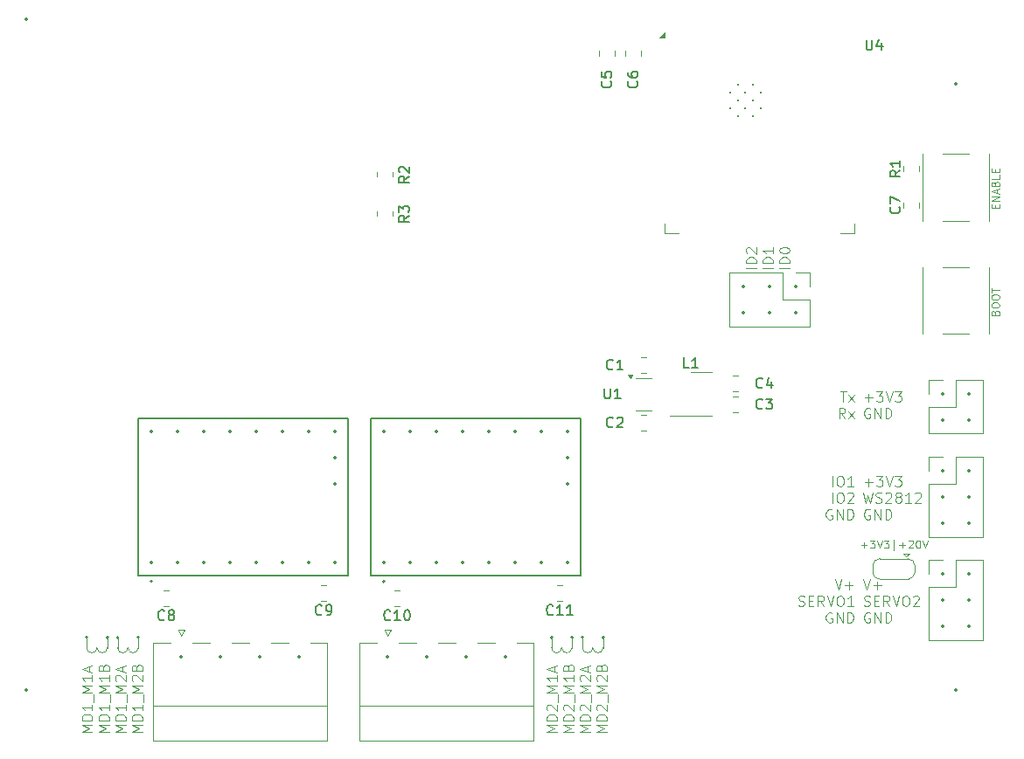
<source format=gto>
%TF.GenerationSoftware,KiCad,Pcbnew,8.0.2*%
%TF.CreationDate,2025-04-15T08:32:20+02:00*%
%TF.ProjectId,Mainboard,4d61696e-626f-4617-9264-2e6b69636164,v1.0*%
%TF.SameCoordinates,Original*%
%TF.FileFunction,Legend,Top*%
%TF.FilePolarity,Positive*%
%FSLAX46Y46*%
G04 Gerber Fmt 4.6, Leading zero omitted, Abs format (unit mm)*
G04 Created by KiCad (PCBNEW 8.0.2) date 2025-04-15 08:32:20*
%MOMM*%
%LPD*%
G01*
G04 APERTURE LIST*
%ADD10C,0.100000*%
%ADD11C,0.191421*%
%ADD12C,0.125000*%
%ADD13C,0.150000*%
%ADD14C,0.120000*%
%ADD15C,0.127000*%
%ADD16C,0.200000*%
%ADD17C,0.350000*%
%ADD18C,0.200000*%
G04 APERTURE END LIST*
D10*
X108500000Y-129500000D02*
G75*
G02*
X107500000Y-129500000I-500000J0D01*
G01*
X106500000Y-128500000D02*
X106500000Y-129500000D01*
D11*
X108595710Y-128500000D02*
G75*
G02*
X108404290Y-128500000I-95710J0D01*
G01*
X108404290Y-128500000D02*
G75*
G02*
X108595710Y-128500000I95710J0D01*
G01*
D10*
X104500000Y-129500000D02*
G75*
G02*
X103500000Y-129500000I-500000J0D01*
G01*
D11*
X103595710Y-128500000D02*
G75*
G02*
X103404290Y-128500000I-95710J0D01*
G01*
X103404290Y-128500000D02*
G75*
G02*
X103595710Y-128500000I95710J0D01*
G01*
D10*
X153500000Y-128500000D02*
X153500000Y-129500000D01*
X107500000Y-129500000D02*
G75*
G02*
X106500000Y-129500000I-500000J0D01*
G01*
D11*
X151595710Y-128500000D02*
G75*
G02*
X151404290Y-128500000I-95710J0D01*
G01*
X151404290Y-128500000D02*
G75*
G02*
X151595710Y-128500000I95710J0D01*
G01*
D10*
X148500000Y-128500000D02*
X148500000Y-129500000D01*
X150500000Y-128500000D02*
X150500000Y-129500000D01*
D11*
X150595710Y-128500000D02*
G75*
G02*
X150404290Y-128500000I-95710J0D01*
G01*
X150404290Y-128500000D02*
G75*
G02*
X150595710Y-128500000I95710J0D01*
G01*
X153595710Y-128500000D02*
G75*
G02*
X153404290Y-128500000I-95710J0D01*
G01*
X153404290Y-128500000D02*
G75*
G02*
X153595710Y-128500000I95710J0D01*
G01*
X105595710Y-128500000D02*
G75*
G02*
X105404290Y-128500000I-95710J0D01*
G01*
X105404290Y-128500000D02*
G75*
G02*
X105595710Y-128500000I95710J0D01*
G01*
X106595710Y-128500000D02*
G75*
G02*
X106404290Y-128500000I-95710J0D01*
G01*
X106404290Y-128500000D02*
G75*
G02*
X106595710Y-128500000I95710J0D01*
G01*
D10*
X149500000Y-129500000D02*
G75*
G02*
X148500000Y-129500000I-500000J0D01*
G01*
X108500000Y-128500000D02*
X108500000Y-129500000D01*
X105500000Y-129500000D02*
G75*
G02*
X104500000Y-129500000I-500000J0D01*
G01*
X151500000Y-128500000D02*
X151500000Y-129500000D01*
D11*
X148595710Y-128500000D02*
G75*
G02*
X148404290Y-128500000I-95710J0D01*
G01*
X148404290Y-128500000D02*
G75*
G02*
X148595710Y-128500000I95710J0D01*
G01*
D10*
X152500000Y-129500000D02*
G75*
G02*
X151500000Y-129500000I-500000J0D01*
G01*
X103500000Y-128500000D02*
X103500000Y-129500000D01*
X153500000Y-129500000D02*
G75*
G02*
X152500000Y-129500000I-500000J0D01*
G01*
X105500000Y-128500000D02*
X105500000Y-129500000D01*
X150500000Y-129500000D02*
G75*
G02*
X149500000Y-129500000I-500000J0D01*
G01*
X178803884Y-113466522D02*
X179565789Y-113466522D01*
X179184836Y-113847475D02*
X179184836Y-113085570D01*
X179946741Y-112847475D02*
X180565788Y-112847475D01*
X180565788Y-112847475D02*
X180232455Y-113228427D01*
X180232455Y-113228427D02*
X180375312Y-113228427D01*
X180375312Y-113228427D02*
X180470550Y-113276046D01*
X180470550Y-113276046D02*
X180518169Y-113323665D01*
X180518169Y-113323665D02*
X180565788Y-113418903D01*
X180565788Y-113418903D02*
X180565788Y-113656998D01*
X180565788Y-113656998D02*
X180518169Y-113752236D01*
X180518169Y-113752236D02*
X180470550Y-113799856D01*
X180470550Y-113799856D02*
X180375312Y-113847475D01*
X180375312Y-113847475D02*
X180089598Y-113847475D01*
X180089598Y-113847475D02*
X179994360Y-113799856D01*
X179994360Y-113799856D02*
X179946741Y-113752236D01*
X180851503Y-112847475D02*
X181184836Y-113847475D01*
X181184836Y-113847475D02*
X181518169Y-112847475D01*
X181756265Y-112847475D02*
X182375312Y-112847475D01*
X182375312Y-112847475D02*
X182041979Y-113228427D01*
X182041979Y-113228427D02*
X182184836Y-113228427D01*
X182184836Y-113228427D02*
X182280074Y-113276046D01*
X182280074Y-113276046D02*
X182327693Y-113323665D01*
X182327693Y-113323665D02*
X182375312Y-113418903D01*
X182375312Y-113418903D02*
X182375312Y-113656998D01*
X182375312Y-113656998D02*
X182327693Y-113752236D01*
X182327693Y-113752236D02*
X182280074Y-113799856D01*
X182280074Y-113799856D02*
X182184836Y-113847475D01*
X182184836Y-113847475D02*
X181899122Y-113847475D01*
X181899122Y-113847475D02*
X181803884Y-113799856D01*
X181803884Y-113799856D02*
X181756265Y-113752236D01*
X178708646Y-114457419D02*
X178946741Y-115457419D01*
X178946741Y-115457419D02*
X179137217Y-114743133D01*
X179137217Y-114743133D02*
X179327693Y-115457419D01*
X179327693Y-115457419D02*
X179565789Y-114457419D01*
X179899122Y-115409800D02*
X180041979Y-115457419D01*
X180041979Y-115457419D02*
X180280074Y-115457419D01*
X180280074Y-115457419D02*
X180375312Y-115409800D01*
X180375312Y-115409800D02*
X180422931Y-115362180D01*
X180422931Y-115362180D02*
X180470550Y-115266942D01*
X180470550Y-115266942D02*
X180470550Y-115171704D01*
X180470550Y-115171704D02*
X180422931Y-115076466D01*
X180422931Y-115076466D02*
X180375312Y-115028847D01*
X180375312Y-115028847D02*
X180280074Y-114981228D01*
X180280074Y-114981228D02*
X180089598Y-114933609D01*
X180089598Y-114933609D02*
X179994360Y-114885990D01*
X179994360Y-114885990D02*
X179946741Y-114838371D01*
X179946741Y-114838371D02*
X179899122Y-114743133D01*
X179899122Y-114743133D02*
X179899122Y-114647895D01*
X179899122Y-114647895D02*
X179946741Y-114552657D01*
X179946741Y-114552657D02*
X179994360Y-114505038D01*
X179994360Y-114505038D02*
X180089598Y-114457419D01*
X180089598Y-114457419D02*
X180327693Y-114457419D01*
X180327693Y-114457419D02*
X180470550Y-114505038D01*
X180851503Y-114552657D02*
X180899122Y-114505038D01*
X180899122Y-114505038D02*
X180994360Y-114457419D01*
X180994360Y-114457419D02*
X181232455Y-114457419D01*
X181232455Y-114457419D02*
X181327693Y-114505038D01*
X181327693Y-114505038D02*
X181375312Y-114552657D01*
X181375312Y-114552657D02*
X181422931Y-114647895D01*
X181422931Y-114647895D02*
X181422931Y-114743133D01*
X181422931Y-114743133D02*
X181375312Y-114885990D01*
X181375312Y-114885990D02*
X180803884Y-115457419D01*
X180803884Y-115457419D02*
X181422931Y-115457419D01*
X181994360Y-114885990D02*
X181899122Y-114838371D01*
X181899122Y-114838371D02*
X181851503Y-114790752D01*
X181851503Y-114790752D02*
X181803884Y-114695514D01*
X181803884Y-114695514D02*
X181803884Y-114647895D01*
X181803884Y-114647895D02*
X181851503Y-114552657D01*
X181851503Y-114552657D02*
X181899122Y-114505038D01*
X181899122Y-114505038D02*
X181994360Y-114457419D01*
X181994360Y-114457419D02*
X182184836Y-114457419D01*
X182184836Y-114457419D02*
X182280074Y-114505038D01*
X182280074Y-114505038D02*
X182327693Y-114552657D01*
X182327693Y-114552657D02*
X182375312Y-114647895D01*
X182375312Y-114647895D02*
X182375312Y-114695514D01*
X182375312Y-114695514D02*
X182327693Y-114790752D01*
X182327693Y-114790752D02*
X182280074Y-114838371D01*
X182280074Y-114838371D02*
X182184836Y-114885990D01*
X182184836Y-114885990D02*
X181994360Y-114885990D01*
X181994360Y-114885990D02*
X181899122Y-114933609D01*
X181899122Y-114933609D02*
X181851503Y-114981228D01*
X181851503Y-114981228D02*
X181803884Y-115076466D01*
X181803884Y-115076466D02*
X181803884Y-115266942D01*
X181803884Y-115266942D02*
X181851503Y-115362180D01*
X181851503Y-115362180D02*
X181899122Y-115409800D01*
X181899122Y-115409800D02*
X181994360Y-115457419D01*
X181994360Y-115457419D02*
X182184836Y-115457419D01*
X182184836Y-115457419D02*
X182280074Y-115409800D01*
X182280074Y-115409800D02*
X182327693Y-115362180D01*
X182327693Y-115362180D02*
X182375312Y-115266942D01*
X182375312Y-115266942D02*
X182375312Y-115076466D01*
X182375312Y-115076466D02*
X182327693Y-114981228D01*
X182327693Y-114981228D02*
X182280074Y-114933609D01*
X182280074Y-114933609D02*
X182184836Y-114885990D01*
X183327693Y-115457419D02*
X182756265Y-115457419D01*
X183041979Y-115457419D02*
X183041979Y-114457419D01*
X183041979Y-114457419D02*
X182946741Y-114600276D01*
X182946741Y-114600276D02*
X182851503Y-114695514D01*
X182851503Y-114695514D02*
X182756265Y-114743133D01*
X183708646Y-114552657D02*
X183756265Y-114505038D01*
X183756265Y-114505038D02*
X183851503Y-114457419D01*
X183851503Y-114457419D02*
X184089598Y-114457419D01*
X184089598Y-114457419D02*
X184184836Y-114505038D01*
X184184836Y-114505038D02*
X184232455Y-114552657D01*
X184232455Y-114552657D02*
X184280074Y-114647895D01*
X184280074Y-114647895D02*
X184280074Y-114743133D01*
X184280074Y-114743133D02*
X184232455Y-114885990D01*
X184232455Y-114885990D02*
X183661027Y-115457419D01*
X183661027Y-115457419D02*
X184280074Y-115457419D01*
X179327693Y-116114982D02*
X179232455Y-116067363D01*
X179232455Y-116067363D02*
X179089598Y-116067363D01*
X179089598Y-116067363D02*
X178946741Y-116114982D01*
X178946741Y-116114982D02*
X178851503Y-116210220D01*
X178851503Y-116210220D02*
X178803884Y-116305458D01*
X178803884Y-116305458D02*
X178756265Y-116495934D01*
X178756265Y-116495934D02*
X178756265Y-116638791D01*
X178756265Y-116638791D02*
X178803884Y-116829267D01*
X178803884Y-116829267D02*
X178851503Y-116924505D01*
X178851503Y-116924505D02*
X178946741Y-117019744D01*
X178946741Y-117019744D02*
X179089598Y-117067363D01*
X179089598Y-117067363D02*
X179184836Y-117067363D01*
X179184836Y-117067363D02*
X179327693Y-117019744D01*
X179327693Y-117019744D02*
X179375312Y-116972124D01*
X179375312Y-116972124D02*
X179375312Y-116638791D01*
X179375312Y-116638791D02*
X179184836Y-116638791D01*
X179803884Y-117067363D02*
X179803884Y-116067363D01*
X179803884Y-116067363D02*
X180375312Y-117067363D01*
X180375312Y-117067363D02*
X180375312Y-116067363D01*
X180851503Y-117067363D02*
X180851503Y-116067363D01*
X180851503Y-116067363D02*
X181089598Y-116067363D01*
X181089598Y-116067363D02*
X181232455Y-116114982D01*
X181232455Y-116114982D02*
X181327693Y-116210220D01*
X181327693Y-116210220D02*
X181375312Y-116305458D01*
X181375312Y-116305458D02*
X181422931Y-116495934D01*
X181422931Y-116495934D02*
X181422931Y-116638791D01*
X181422931Y-116638791D02*
X181375312Y-116829267D01*
X181375312Y-116829267D02*
X181327693Y-116924505D01*
X181327693Y-116924505D02*
X181232455Y-117019744D01*
X181232455Y-117019744D02*
X181089598Y-117067363D01*
X181089598Y-117067363D02*
X180851503Y-117067363D01*
X178467428Y-119556050D02*
X179038857Y-119556050D01*
X178753142Y-119841764D02*
X178753142Y-119270335D01*
X179324570Y-119091764D02*
X179788856Y-119091764D01*
X179788856Y-119091764D02*
X179538856Y-119377478D01*
X179538856Y-119377478D02*
X179645999Y-119377478D01*
X179645999Y-119377478D02*
X179717428Y-119413192D01*
X179717428Y-119413192D02*
X179753142Y-119448907D01*
X179753142Y-119448907D02*
X179788856Y-119520335D01*
X179788856Y-119520335D02*
X179788856Y-119698907D01*
X179788856Y-119698907D02*
X179753142Y-119770335D01*
X179753142Y-119770335D02*
X179717428Y-119806050D01*
X179717428Y-119806050D02*
X179645999Y-119841764D01*
X179645999Y-119841764D02*
X179431713Y-119841764D01*
X179431713Y-119841764D02*
X179360285Y-119806050D01*
X179360285Y-119806050D02*
X179324570Y-119770335D01*
X180003142Y-119091764D02*
X180253142Y-119841764D01*
X180253142Y-119841764D02*
X180503142Y-119091764D01*
X180681713Y-119091764D02*
X181145999Y-119091764D01*
X181145999Y-119091764D02*
X180895999Y-119377478D01*
X180895999Y-119377478D02*
X181003142Y-119377478D01*
X181003142Y-119377478D02*
X181074571Y-119413192D01*
X181074571Y-119413192D02*
X181110285Y-119448907D01*
X181110285Y-119448907D02*
X181145999Y-119520335D01*
X181145999Y-119520335D02*
X181145999Y-119698907D01*
X181145999Y-119698907D02*
X181110285Y-119770335D01*
X181110285Y-119770335D02*
X181074571Y-119806050D01*
X181074571Y-119806050D02*
X181003142Y-119841764D01*
X181003142Y-119841764D02*
X180788856Y-119841764D01*
X180788856Y-119841764D02*
X180717428Y-119806050D01*
X180717428Y-119806050D02*
X180681713Y-119770335D01*
X181645999Y-120091764D02*
X181645999Y-119020335D01*
X182181714Y-119556050D02*
X182753143Y-119556050D01*
X182467428Y-119841764D02*
X182467428Y-119270335D01*
X183074571Y-119163192D02*
X183110285Y-119127478D01*
X183110285Y-119127478D02*
X183181714Y-119091764D01*
X183181714Y-119091764D02*
X183360285Y-119091764D01*
X183360285Y-119091764D02*
X183431714Y-119127478D01*
X183431714Y-119127478D02*
X183467428Y-119163192D01*
X183467428Y-119163192D02*
X183503142Y-119234621D01*
X183503142Y-119234621D02*
X183503142Y-119306050D01*
X183503142Y-119306050D02*
X183467428Y-119413192D01*
X183467428Y-119413192D02*
X183038856Y-119841764D01*
X183038856Y-119841764D02*
X183503142Y-119841764D01*
X183967428Y-119091764D02*
X184038857Y-119091764D01*
X184038857Y-119091764D02*
X184110285Y-119127478D01*
X184110285Y-119127478D02*
X184146000Y-119163192D01*
X184146000Y-119163192D02*
X184181714Y-119234621D01*
X184181714Y-119234621D02*
X184217428Y-119377478D01*
X184217428Y-119377478D02*
X184217428Y-119556050D01*
X184217428Y-119556050D02*
X184181714Y-119698907D01*
X184181714Y-119698907D02*
X184146000Y-119770335D01*
X184146000Y-119770335D02*
X184110285Y-119806050D01*
X184110285Y-119806050D02*
X184038857Y-119841764D01*
X184038857Y-119841764D02*
X183967428Y-119841764D01*
X183967428Y-119841764D02*
X183896000Y-119806050D01*
X183896000Y-119806050D02*
X183860285Y-119770335D01*
X183860285Y-119770335D02*
X183824571Y-119698907D01*
X183824571Y-119698907D02*
X183788857Y-119556050D01*
X183788857Y-119556050D02*
X183788857Y-119377478D01*
X183788857Y-119377478D02*
X183824571Y-119234621D01*
X183824571Y-119234621D02*
X183860285Y-119163192D01*
X183860285Y-119163192D02*
X183896000Y-119127478D01*
X183896000Y-119127478D02*
X183967428Y-119091764D01*
X184431714Y-119091764D02*
X184681714Y-119841764D01*
X184681714Y-119841764D02*
X184931714Y-119091764D01*
X175696116Y-113847475D02*
X175696116Y-112847475D01*
X176362782Y-112847475D02*
X176553258Y-112847475D01*
X176553258Y-112847475D02*
X176648496Y-112895094D01*
X176648496Y-112895094D02*
X176743734Y-112990332D01*
X176743734Y-112990332D02*
X176791353Y-113180808D01*
X176791353Y-113180808D02*
X176791353Y-113514141D01*
X176791353Y-113514141D02*
X176743734Y-113704617D01*
X176743734Y-113704617D02*
X176648496Y-113799856D01*
X176648496Y-113799856D02*
X176553258Y-113847475D01*
X176553258Y-113847475D02*
X176362782Y-113847475D01*
X176362782Y-113847475D02*
X176267544Y-113799856D01*
X176267544Y-113799856D02*
X176172306Y-113704617D01*
X176172306Y-113704617D02*
X176124687Y-113514141D01*
X176124687Y-113514141D02*
X176124687Y-113180808D01*
X176124687Y-113180808D02*
X176172306Y-112990332D01*
X176172306Y-112990332D02*
X176267544Y-112895094D01*
X176267544Y-112895094D02*
X176362782Y-112847475D01*
X177743734Y-113847475D02*
X177172306Y-113847475D01*
X177458020Y-113847475D02*
X177458020Y-112847475D01*
X177458020Y-112847475D02*
X177362782Y-112990332D01*
X177362782Y-112990332D02*
X177267544Y-113085570D01*
X177267544Y-113085570D02*
X177172306Y-113133189D01*
X175696116Y-115457419D02*
X175696116Y-114457419D01*
X176362782Y-114457419D02*
X176553258Y-114457419D01*
X176553258Y-114457419D02*
X176648496Y-114505038D01*
X176648496Y-114505038D02*
X176743734Y-114600276D01*
X176743734Y-114600276D02*
X176791353Y-114790752D01*
X176791353Y-114790752D02*
X176791353Y-115124085D01*
X176791353Y-115124085D02*
X176743734Y-115314561D01*
X176743734Y-115314561D02*
X176648496Y-115409800D01*
X176648496Y-115409800D02*
X176553258Y-115457419D01*
X176553258Y-115457419D02*
X176362782Y-115457419D01*
X176362782Y-115457419D02*
X176267544Y-115409800D01*
X176267544Y-115409800D02*
X176172306Y-115314561D01*
X176172306Y-115314561D02*
X176124687Y-115124085D01*
X176124687Y-115124085D02*
X176124687Y-114790752D01*
X176124687Y-114790752D02*
X176172306Y-114600276D01*
X176172306Y-114600276D02*
X176267544Y-114505038D01*
X176267544Y-114505038D02*
X176362782Y-114457419D01*
X177172306Y-114552657D02*
X177219925Y-114505038D01*
X177219925Y-114505038D02*
X177315163Y-114457419D01*
X177315163Y-114457419D02*
X177553258Y-114457419D01*
X177553258Y-114457419D02*
X177648496Y-114505038D01*
X177648496Y-114505038D02*
X177696115Y-114552657D01*
X177696115Y-114552657D02*
X177743734Y-114647895D01*
X177743734Y-114647895D02*
X177743734Y-114743133D01*
X177743734Y-114743133D02*
X177696115Y-114885990D01*
X177696115Y-114885990D02*
X177124687Y-115457419D01*
X177124687Y-115457419D02*
X177743734Y-115457419D01*
X175648496Y-116114982D02*
X175553258Y-116067363D01*
X175553258Y-116067363D02*
X175410401Y-116067363D01*
X175410401Y-116067363D02*
X175267544Y-116114982D01*
X175267544Y-116114982D02*
X175172306Y-116210220D01*
X175172306Y-116210220D02*
X175124687Y-116305458D01*
X175124687Y-116305458D02*
X175077068Y-116495934D01*
X175077068Y-116495934D02*
X175077068Y-116638791D01*
X175077068Y-116638791D02*
X175124687Y-116829267D01*
X175124687Y-116829267D02*
X175172306Y-116924505D01*
X175172306Y-116924505D02*
X175267544Y-117019744D01*
X175267544Y-117019744D02*
X175410401Y-117067363D01*
X175410401Y-117067363D02*
X175505639Y-117067363D01*
X175505639Y-117067363D02*
X175648496Y-117019744D01*
X175648496Y-117019744D02*
X175696115Y-116972124D01*
X175696115Y-116972124D02*
X175696115Y-116638791D01*
X175696115Y-116638791D02*
X175505639Y-116638791D01*
X176124687Y-117067363D02*
X176124687Y-116067363D01*
X176124687Y-116067363D02*
X176696115Y-117067363D01*
X176696115Y-117067363D02*
X176696115Y-116067363D01*
X177172306Y-117067363D02*
X177172306Y-116067363D01*
X177172306Y-116067363D02*
X177410401Y-116067363D01*
X177410401Y-116067363D02*
X177553258Y-116114982D01*
X177553258Y-116114982D02*
X177648496Y-116210220D01*
X177648496Y-116210220D02*
X177696115Y-116305458D01*
X177696115Y-116305458D02*
X177743734Y-116495934D01*
X177743734Y-116495934D02*
X177743734Y-116638791D01*
X177743734Y-116638791D02*
X177696115Y-116829267D01*
X177696115Y-116829267D02*
X177648496Y-116924505D01*
X177648496Y-116924505D02*
X177553258Y-117019744D01*
X177553258Y-117019744D02*
X177410401Y-117067363D01*
X177410401Y-117067363D02*
X177172306Y-117067363D01*
X191448907Y-97017856D02*
X191484621Y-96910713D01*
X191484621Y-96910713D02*
X191520335Y-96874999D01*
X191520335Y-96874999D02*
X191591764Y-96839285D01*
X191591764Y-96839285D02*
X191698907Y-96839285D01*
X191698907Y-96839285D02*
X191770335Y-96874999D01*
X191770335Y-96874999D02*
X191806050Y-96910713D01*
X191806050Y-96910713D02*
X191841764Y-96982142D01*
X191841764Y-96982142D02*
X191841764Y-97267856D01*
X191841764Y-97267856D02*
X191091764Y-97267856D01*
X191091764Y-97267856D02*
X191091764Y-97017856D01*
X191091764Y-97017856D02*
X191127478Y-96946428D01*
X191127478Y-96946428D02*
X191163192Y-96910713D01*
X191163192Y-96910713D02*
X191234621Y-96874999D01*
X191234621Y-96874999D02*
X191306050Y-96874999D01*
X191306050Y-96874999D02*
X191377478Y-96910713D01*
X191377478Y-96910713D02*
X191413192Y-96946428D01*
X191413192Y-96946428D02*
X191448907Y-97017856D01*
X191448907Y-97017856D02*
X191448907Y-97267856D01*
X191091764Y-96374999D02*
X191091764Y-96232142D01*
X191091764Y-96232142D02*
X191127478Y-96160713D01*
X191127478Y-96160713D02*
X191198907Y-96089285D01*
X191198907Y-96089285D02*
X191341764Y-96053570D01*
X191341764Y-96053570D02*
X191591764Y-96053570D01*
X191591764Y-96053570D02*
X191734621Y-96089285D01*
X191734621Y-96089285D02*
X191806050Y-96160713D01*
X191806050Y-96160713D02*
X191841764Y-96232142D01*
X191841764Y-96232142D02*
X191841764Y-96374999D01*
X191841764Y-96374999D02*
X191806050Y-96446428D01*
X191806050Y-96446428D02*
X191734621Y-96517856D01*
X191734621Y-96517856D02*
X191591764Y-96553570D01*
X191591764Y-96553570D02*
X191341764Y-96553570D01*
X191341764Y-96553570D02*
X191198907Y-96517856D01*
X191198907Y-96517856D02*
X191127478Y-96446428D01*
X191127478Y-96446428D02*
X191091764Y-96374999D01*
X191091764Y-95589285D02*
X191091764Y-95446428D01*
X191091764Y-95446428D02*
X191127478Y-95374999D01*
X191127478Y-95374999D02*
X191198907Y-95303571D01*
X191198907Y-95303571D02*
X191341764Y-95267856D01*
X191341764Y-95267856D02*
X191591764Y-95267856D01*
X191591764Y-95267856D02*
X191734621Y-95303571D01*
X191734621Y-95303571D02*
X191806050Y-95374999D01*
X191806050Y-95374999D02*
X191841764Y-95446428D01*
X191841764Y-95446428D02*
X191841764Y-95589285D01*
X191841764Y-95589285D02*
X191806050Y-95660714D01*
X191806050Y-95660714D02*
X191734621Y-95732142D01*
X191734621Y-95732142D02*
X191591764Y-95767856D01*
X191591764Y-95767856D02*
X191341764Y-95767856D01*
X191341764Y-95767856D02*
X191198907Y-95732142D01*
X191198907Y-95732142D02*
X191127478Y-95660714D01*
X191127478Y-95660714D02*
X191091764Y-95589285D01*
X191091764Y-95053571D02*
X191091764Y-94625000D01*
X191841764Y-94839285D02*
X191091764Y-94839285D01*
D12*
X149041203Y-137679668D02*
X148041203Y-137679668D01*
X148041203Y-137679668D02*
X148755488Y-137346335D01*
X148755488Y-137346335D02*
X148041203Y-137013002D01*
X148041203Y-137013002D02*
X149041203Y-137013002D01*
X149041203Y-136536811D02*
X148041203Y-136536811D01*
X148041203Y-136536811D02*
X148041203Y-136298716D01*
X148041203Y-136298716D02*
X148088822Y-136155859D01*
X148088822Y-136155859D02*
X148184060Y-136060621D01*
X148184060Y-136060621D02*
X148279298Y-136013002D01*
X148279298Y-136013002D02*
X148469774Y-135965383D01*
X148469774Y-135965383D02*
X148612631Y-135965383D01*
X148612631Y-135965383D02*
X148803107Y-136013002D01*
X148803107Y-136013002D02*
X148898345Y-136060621D01*
X148898345Y-136060621D02*
X148993584Y-136155859D01*
X148993584Y-136155859D02*
X149041203Y-136298716D01*
X149041203Y-136298716D02*
X149041203Y-136536811D01*
X148136441Y-135584430D02*
X148088822Y-135536811D01*
X148088822Y-135536811D02*
X148041203Y-135441573D01*
X148041203Y-135441573D02*
X148041203Y-135203478D01*
X148041203Y-135203478D02*
X148088822Y-135108240D01*
X148088822Y-135108240D02*
X148136441Y-135060621D01*
X148136441Y-135060621D02*
X148231679Y-135013002D01*
X148231679Y-135013002D02*
X148326917Y-135013002D01*
X148326917Y-135013002D02*
X148469774Y-135060621D01*
X148469774Y-135060621D02*
X149041203Y-135632049D01*
X149041203Y-135632049D02*
X149041203Y-135013002D01*
X149136441Y-134822526D02*
X149136441Y-134060621D01*
X149041203Y-133822525D02*
X148041203Y-133822525D01*
X148041203Y-133822525D02*
X148755488Y-133489192D01*
X148755488Y-133489192D02*
X148041203Y-133155859D01*
X148041203Y-133155859D02*
X149041203Y-133155859D01*
X149041203Y-132155859D02*
X149041203Y-132727287D01*
X149041203Y-132441573D02*
X148041203Y-132441573D01*
X148041203Y-132441573D02*
X148184060Y-132536811D01*
X148184060Y-132536811D02*
X148279298Y-132632049D01*
X148279298Y-132632049D02*
X148326917Y-132727287D01*
X148755488Y-131774906D02*
X148755488Y-131298716D01*
X149041203Y-131870144D02*
X148041203Y-131536811D01*
X148041203Y-131536811D02*
X149041203Y-131203478D01*
X150651147Y-137679668D02*
X149651147Y-137679668D01*
X149651147Y-137679668D02*
X150365432Y-137346335D01*
X150365432Y-137346335D02*
X149651147Y-137013002D01*
X149651147Y-137013002D02*
X150651147Y-137013002D01*
X150651147Y-136536811D02*
X149651147Y-136536811D01*
X149651147Y-136536811D02*
X149651147Y-136298716D01*
X149651147Y-136298716D02*
X149698766Y-136155859D01*
X149698766Y-136155859D02*
X149794004Y-136060621D01*
X149794004Y-136060621D02*
X149889242Y-136013002D01*
X149889242Y-136013002D02*
X150079718Y-135965383D01*
X150079718Y-135965383D02*
X150222575Y-135965383D01*
X150222575Y-135965383D02*
X150413051Y-136013002D01*
X150413051Y-136013002D02*
X150508289Y-136060621D01*
X150508289Y-136060621D02*
X150603528Y-136155859D01*
X150603528Y-136155859D02*
X150651147Y-136298716D01*
X150651147Y-136298716D02*
X150651147Y-136536811D01*
X149746385Y-135584430D02*
X149698766Y-135536811D01*
X149698766Y-135536811D02*
X149651147Y-135441573D01*
X149651147Y-135441573D02*
X149651147Y-135203478D01*
X149651147Y-135203478D02*
X149698766Y-135108240D01*
X149698766Y-135108240D02*
X149746385Y-135060621D01*
X149746385Y-135060621D02*
X149841623Y-135013002D01*
X149841623Y-135013002D02*
X149936861Y-135013002D01*
X149936861Y-135013002D02*
X150079718Y-135060621D01*
X150079718Y-135060621D02*
X150651147Y-135632049D01*
X150651147Y-135632049D02*
X150651147Y-135013002D01*
X150746385Y-134822526D02*
X150746385Y-134060621D01*
X150651147Y-133822525D02*
X149651147Y-133822525D01*
X149651147Y-133822525D02*
X150365432Y-133489192D01*
X150365432Y-133489192D02*
X149651147Y-133155859D01*
X149651147Y-133155859D02*
X150651147Y-133155859D01*
X150651147Y-132155859D02*
X150651147Y-132727287D01*
X150651147Y-132441573D02*
X149651147Y-132441573D01*
X149651147Y-132441573D02*
X149794004Y-132536811D01*
X149794004Y-132536811D02*
X149889242Y-132632049D01*
X149889242Y-132632049D02*
X149936861Y-132727287D01*
X150127337Y-131393954D02*
X150174956Y-131251097D01*
X150174956Y-131251097D02*
X150222575Y-131203478D01*
X150222575Y-131203478D02*
X150317813Y-131155859D01*
X150317813Y-131155859D02*
X150460670Y-131155859D01*
X150460670Y-131155859D02*
X150555908Y-131203478D01*
X150555908Y-131203478D02*
X150603528Y-131251097D01*
X150603528Y-131251097D02*
X150651147Y-131346335D01*
X150651147Y-131346335D02*
X150651147Y-131727287D01*
X150651147Y-131727287D02*
X149651147Y-131727287D01*
X149651147Y-131727287D02*
X149651147Y-131393954D01*
X149651147Y-131393954D02*
X149698766Y-131298716D01*
X149698766Y-131298716D02*
X149746385Y-131251097D01*
X149746385Y-131251097D02*
X149841623Y-131203478D01*
X149841623Y-131203478D02*
X149936861Y-131203478D01*
X149936861Y-131203478D02*
X150032099Y-131251097D01*
X150032099Y-131251097D02*
X150079718Y-131298716D01*
X150079718Y-131298716D02*
X150127337Y-131393954D01*
X150127337Y-131393954D02*
X150127337Y-131727287D01*
X152261091Y-137679668D02*
X151261091Y-137679668D01*
X151261091Y-137679668D02*
X151975376Y-137346335D01*
X151975376Y-137346335D02*
X151261091Y-137013002D01*
X151261091Y-137013002D02*
X152261091Y-137013002D01*
X152261091Y-136536811D02*
X151261091Y-136536811D01*
X151261091Y-136536811D02*
X151261091Y-136298716D01*
X151261091Y-136298716D02*
X151308710Y-136155859D01*
X151308710Y-136155859D02*
X151403948Y-136060621D01*
X151403948Y-136060621D02*
X151499186Y-136013002D01*
X151499186Y-136013002D02*
X151689662Y-135965383D01*
X151689662Y-135965383D02*
X151832519Y-135965383D01*
X151832519Y-135965383D02*
X152022995Y-136013002D01*
X152022995Y-136013002D02*
X152118233Y-136060621D01*
X152118233Y-136060621D02*
X152213472Y-136155859D01*
X152213472Y-136155859D02*
X152261091Y-136298716D01*
X152261091Y-136298716D02*
X152261091Y-136536811D01*
X151356329Y-135584430D02*
X151308710Y-135536811D01*
X151308710Y-135536811D02*
X151261091Y-135441573D01*
X151261091Y-135441573D02*
X151261091Y-135203478D01*
X151261091Y-135203478D02*
X151308710Y-135108240D01*
X151308710Y-135108240D02*
X151356329Y-135060621D01*
X151356329Y-135060621D02*
X151451567Y-135013002D01*
X151451567Y-135013002D02*
X151546805Y-135013002D01*
X151546805Y-135013002D02*
X151689662Y-135060621D01*
X151689662Y-135060621D02*
X152261091Y-135632049D01*
X152261091Y-135632049D02*
X152261091Y-135013002D01*
X152356329Y-134822526D02*
X152356329Y-134060621D01*
X152261091Y-133822525D02*
X151261091Y-133822525D01*
X151261091Y-133822525D02*
X151975376Y-133489192D01*
X151975376Y-133489192D02*
X151261091Y-133155859D01*
X151261091Y-133155859D02*
X152261091Y-133155859D01*
X151356329Y-132727287D02*
X151308710Y-132679668D01*
X151308710Y-132679668D02*
X151261091Y-132584430D01*
X151261091Y-132584430D02*
X151261091Y-132346335D01*
X151261091Y-132346335D02*
X151308710Y-132251097D01*
X151308710Y-132251097D02*
X151356329Y-132203478D01*
X151356329Y-132203478D02*
X151451567Y-132155859D01*
X151451567Y-132155859D02*
X151546805Y-132155859D01*
X151546805Y-132155859D02*
X151689662Y-132203478D01*
X151689662Y-132203478D02*
X152261091Y-132774906D01*
X152261091Y-132774906D02*
X152261091Y-132155859D01*
X151975376Y-131774906D02*
X151975376Y-131298716D01*
X152261091Y-131870144D02*
X151261091Y-131536811D01*
X151261091Y-131536811D02*
X152261091Y-131203478D01*
X153871035Y-137679668D02*
X152871035Y-137679668D01*
X152871035Y-137679668D02*
X153585320Y-137346335D01*
X153585320Y-137346335D02*
X152871035Y-137013002D01*
X152871035Y-137013002D02*
X153871035Y-137013002D01*
X153871035Y-136536811D02*
X152871035Y-136536811D01*
X152871035Y-136536811D02*
X152871035Y-136298716D01*
X152871035Y-136298716D02*
X152918654Y-136155859D01*
X152918654Y-136155859D02*
X153013892Y-136060621D01*
X153013892Y-136060621D02*
X153109130Y-136013002D01*
X153109130Y-136013002D02*
X153299606Y-135965383D01*
X153299606Y-135965383D02*
X153442463Y-135965383D01*
X153442463Y-135965383D02*
X153632939Y-136013002D01*
X153632939Y-136013002D02*
X153728177Y-136060621D01*
X153728177Y-136060621D02*
X153823416Y-136155859D01*
X153823416Y-136155859D02*
X153871035Y-136298716D01*
X153871035Y-136298716D02*
X153871035Y-136536811D01*
X152966273Y-135584430D02*
X152918654Y-135536811D01*
X152918654Y-135536811D02*
X152871035Y-135441573D01*
X152871035Y-135441573D02*
X152871035Y-135203478D01*
X152871035Y-135203478D02*
X152918654Y-135108240D01*
X152918654Y-135108240D02*
X152966273Y-135060621D01*
X152966273Y-135060621D02*
X153061511Y-135013002D01*
X153061511Y-135013002D02*
X153156749Y-135013002D01*
X153156749Y-135013002D02*
X153299606Y-135060621D01*
X153299606Y-135060621D02*
X153871035Y-135632049D01*
X153871035Y-135632049D02*
X153871035Y-135013002D01*
X153966273Y-134822526D02*
X153966273Y-134060621D01*
X153871035Y-133822525D02*
X152871035Y-133822525D01*
X152871035Y-133822525D02*
X153585320Y-133489192D01*
X153585320Y-133489192D02*
X152871035Y-133155859D01*
X152871035Y-133155859D02*
X153871035Y-133155859D01*
X152966273Y-132727287D02*
X152918654Y-132679668D01*
X152918654Y-132679668D02*
X152871035Y-132584430D01*
X152871035Y-132584430D02*
X152871035Y-132346335D01*
X152871035Y-132346335D02*
X152918654Y-132251097D01*
X152918654Y-132251097D02*
X152966273Y-132203478D01*
X152966273Y-132203478D02*
X153061511Y-132155859D01*
X153061511Y-132155859D02*
X153156749Y-132155859D01*
X153156749Y-132155859D02*
X153299606Y-132203478D01*
X153299606Y-132203478D02*
X153871035Y-132774906D01*
X153871035Y-132774906D02*
X153871035Y-132155859D01*
X153347225Y-131393954D02*
X153394844Y-131251097D01*
X153394844Y-131251097D02*
X153442463Y-131203478D01*
X153442463Y-131203478D02*
X153537701Y-131155859D01*
X153537701Y-131155859D02*
X153680558Y-131155859D01*
X153680558Y-131155859D02*
X153775796Y-131203478D01*
X153775796Y-131203478D02*
X153823416Y-131251097D01*
X153823416Y-131251097D02*
X153871035Y-131346335D01*
X153871035Y-131346335D02*
X153871035Y-131727287D01*
X153871035Y-131727287D02*
X152871035Y-131727287D01*
X152871035Y-131727287D02*
X152871035Y-131393954D01*
X152871035Y-131393954D02*
X152918654Y-131298716D01*
X152918654Y-131298716D02*
X152966273Y-131251097D01*
X152966273Y-131251097D02*
X153061511Y-131203478D01*
X153061511Y-131203478D02*
X153156749Y-131203478D01*
X153156749Y-131203478D02*
X153251987Y-131251097D01*
X153251987Y-131251097D02*
X153299606Y-131298716D01*
X153299606Y-131298716D02*
X153347225Y-131393954D01*
X153347225Y-131393954D02*
X153347225Y-131727287D01*
D10*
X178661027Y-122847475D02*
X178994360Y-123847475D01*
X178994360Y-123847475D02*
X179327693Y-122847475D01*
X179661027Y-123466522D02*
X180422932Y-123466522D01*
X180041979Y-123847475D02*
X180041979Y-123085570D01*
X178756265Y-125409800D02*
X178899122Y-125457419D01*
X178899122Y-125457419D02*
X179137217Y-125457419D01*
X179137217Y-125457419D02*
X179232455Y-125409800D01*
X179232455Y-125409800D02*
X179280074Y-125362180D01*
X179280074Y-125362180D02*
X179327693Y-125266942D01*
X179327693Y-125266942D02*
X179327693Y-125171704D01*
X179327693Y-125171704D02*
X179280074Y-125076466D01*
X179280074Y-125076466D02*
X179232455Y-125028847D01*
X179232455Y-125028847D02*
X179137217Y-124981228D01*
X179137217Y-124981228D02*
X178946741Y-124933609D01*
X178946741Y-124933609D02*
X178851503Y-124885990D01*
X178851503Y-124885990D02*
X178803884Y-124838371D01*
X178803884Y-124838371D02*
X178756265Y-124743133D01*
X178756265Y-124743133D02*
X178756265Y-124647895D01*
X178756265Y-124647895D02*
X178803884Y-124552657D01*
X178803884Y-124552657D02*
X178851503Y-124505038D01*
X178851503Y-124505038D02*
X178946741Y-124457419D01*
X178946741Y-124457419D02*
X179184836Y-124457419D01*
X179184836Y-124457419D02*
X179327693Y-124505038D01*
X179756265Y-124933609D02*
X180089598Y-124933609D01*
X180232455Y-125457419D02*
X179756265Y-125457419D01*
X179756265Y-125457419D02*
X179756265Y-124457419D01*
X179756265Y-124457419D02*
X180232455Y-124457419D01*
X181232455Y-125457419D02*
X180899122Y-124981228D01*
X180661027Y-125457419D02*
X180661027Y-124457419D01*
X180661027Y-124457419D02*
X181041979Y-124457419D01*
X181041979Y-124457419D02*
X181137217Y-124505038D01*
X181137217Y-124505038D02*
X181184836Y-124552657D01*
X181184836Y-124552657D02*
X181232455Y-124647895D01*
X181232455Y-124647895D02*
X181232455Y-124790752D01*
X181232455Y-124790752D02*
X181184836Y-124885990D01*
X181184836Y-124885990D02*
X181137217Y-124933609D01*
X181137217Y-124933609D02*
X181041979Y-124981228D01*
X181041979Y-124981228D02*
X180661027Y-124981228D01*
X181518170Y-124457419D02*
X181851503Y-125457419D01*
X181851503Y-125457419D02*
X182184836Y-124457419D01*
X182708646Y-124457419D02*
X182899122Y-124457419D01*
X182899122Y-124457419D02*
X182994360Y-124505038D01*
X182994360Y-124505038D02*
X183089598Y-124600276D01*
X183089598Y-124600276D02*
X183137217Y-124790752D01*
X183137217Y-124790752D02*
X183137217Y-125124085D01*
X183137217Y-125124085D02*
X183089598Y-125314561D01*
X183089598Y-125314561D02*
X182994360Y-125409800D01*
X182994360Y-125409800D02*
X182899122Y-125457419D01*
X182899122Y-125457419D02*
X182708646Y-125457419D01*
X182708646Y-125457419D02*
X182613408Y-125409800D01*
X182613408Y-125409800D02*
X182518170Y-125314561D01*
X182518170Y-125314561D02*
X182470551Y-125124085D01*
X182470551Y-125124085D02*
X182470551Y-124790752D01*
X182470551Y-124790752D02*
X182518170Y-124600276D01*
X182518170Y-124600276D02*
X182613408Y-124505038D01*
X182613408Y-124505038D02*
X182708646Y-124457419D01*
X183518170Y-124552657D02*
X183565789Y-124505038D01*
X183565789Y-124505038D02*
X183661027Y-124457419D01*
X183661027Y-124457419D02*
X183899122Y-124457419D01*
X183899122Y-124457419D02*
X183994360Y-124505038D01*
X183994360Y-124505038D02*
X184041979Y-124552657D01*
X184041979Y-124552657D02*
X184089598Y-124647895D01*
X184089598Y-124647895D02*
X184089598Y-124743133D01*
X184089598Y-124743133D02*
X184041979Y-124885990D01*
X184041979Y-124885990D02*
X183470551Y-125457419D01*
X183470551Y-125457419D02*
X184089598Y-125457419D01*
X179327693Y-126114982D02*
X179232455Y-126067363D01*
X179232455Y-126067363D02*
X179089598Y-126067363D01*
X179089598Y-126067363D02*
X178946741Y-126114982D01*
X178946741Y-126114982D02*
X178851503Y-126210220D01*
X178851503Y-126210220D02*
X178803884Y-126305458D01*
X178803884Y-126305458D02*
X178756265Y-126495934D01*
X178756265Y-126495934D02*
X178756265Y-126638791D01*
X178756265Y-126638791D02*
X178803884Y-126829267D01*
X178803884Y-126829267D02*
X178851503Y-126924505D01*
X178851503Y-126924505D02*
X178946741Y-127019744D01*
X178946741Y-127019744D02*
X179089598Y-127067363D01*
X179089598Y-127067363D02*
X179184836Y-127067363D01*
X179184836Y-127067363D02*
X179327693Y-127019744D01*
X179327693Y-127019744D02*
X179375312Y-126972124D01*
X179375312Y-126972124D02*
X179375312Y-126638791D01*
X179375312Y-126638791D02*
X179184836Y-126638791D01*
X179803884Y-127067363D02*
X179803884Y-126067363D01*
X179803884Y-126067363D02*
X180375312Y-127067363D01*
X180375312Y-127067363D02*
X180375312Y-126067363D01*
X180851503Y-127067363D02*
X180851503Y-126067363D01*
X180851503Y-126067363D02*
X181089598Y-126067363D01*
X181089598Y-126067363D02*
X181232455Y-126114982D01*
X181232455Y-126114982D02*
X181327693Y-126210220D01*
X181327693Y-126210220D02*
X181375312Y-126305458D01*
X181375312Y-126305458D02*
X181422931Y-126495934D01*
X181422931Y-126495934D02*
X181422931Y-126638791D01*
X181422931Y-126638791D02*
X181375312Y-126829267D01*
X181375312Y-126829267D02*
X181327693Y-126924505D01*
X181327693Y-126924505D02*
X181232455Y-127019744D01*
X181232455Y-127019744D02*
X181089598Y-127067363D01*
X181089598Y-127067363D02*
X180851503Y-127067363D01*
X175934211Y-122847475D02*
X176267544Y-123847475D01*
X176267544Y-123847475D02*
X176600877Y-122847475D01*
X176934211Y-123466522D02*
X177696116Y-123466522D01*
X177315163Y-123847475D02*
X177315163Y-123085570D01*
X172410401Y-125409800D02*
X172553258Y-125457419D01*
X172553258Y-125457419D02*
X172791353Y-125457419D01*
X172791353Y-125457419D02*
X172886591Y-125409800D01*
X172886591Y-125409800D02*
X172934210Y-125362180D01*
X172934210Y-125362180D02*
X172981829Y-125266942D01*
X172981829Y-125266942D02*
X172981829Y-125171704D01*
X172981829Y-125171704D02*
X172934210Y-125076466D01*
X172934210Y-125076466D02*
X172886591Y-125028847D01*
X172886591Y-125028847D02*
X172791353Y-124981228D01*
X172791353Y-124981228D02*
X172600877Y-124933609D01*
X172600877Y-124933609D02*
X172505639Y-124885990D01*
X172505639Y-124885990D02*
X172458020Y-124838371D01*
X172458020Y-124838371D02*
X172410401Y-124743133D01*
X172410401Y-124743133D02*
X172410401Y-124647895D01*
X172410401Y-124647895D02*
X172458020Y-124552657D01*
X172458020Y-124552657D02*
X172505639Y-124505038D01*
X172505639Y-124505038D02*
X172600877Y-124457419D01*
X172600877Y-124457419D02*
X172838972Y-124457419D01*
X172838972Y-124457419D02*
X172981829Y-124505038D01*
X173410401Y-124933609D02*
X173743734Y-124933609D01*
X173886591Y-125457419D02*
X173410401Y-125457419D01*
X173410401Y-125457419D02*
X173410401Y-124457419D01*
X173410401Y-124457419D02*
X173886591Y-124457419D01*
X174886591Y-125457419D02*
X174553258Y-124981228D01*
X174315163Y-125457419D02*
X174315163Y-124457419D01*
X174315163Y-124457419D02*
X174696115Y-124457419D01*
X174696115Y-124457419D02*
X174791353Y-124505038D01*
X174791353Y-124505038D02*
X174838972Y-124552657D01*
X174838972Y-124552657D02*
X174886591Y-124647895D01*
X174886591Y-124647895D02*
X174886591Y-124790752D01*
X174886591Y-124790752D02*
X174838972Y-124885990D01*
X174838972Y-124885990D02*
X174791353Y-124933609D01*
X174791353Y-124933609D02*
X174696115Y-124981228D01*
X174696115Y-124981228D02*
X174315163Y-124981228D01*
X175172306Y-124457419D02*
X175505639Y-125457419D01*
X175505639Y-125457419D02*
X175838972Y-124457419D01*
X176362782Y-124457419D02*
X176553258Y-124457419D01*
X176553258Y-124457419D02*
X176648496Y-124505038D01*
X176648496Y-124505038D02*
X176743734Y-124600276D01*
X176743734Y-124600276D02*
X176791353Y-124790752D01*
X176791353Y-124790752D02*
X176791353Y-125124085D01*
X176791353Y-125124085D02*
X176743734Y-125314561D01*
X176743734Y-125314561D02*
X176648496Y-125409800D01*
X176648496Y-125409800D02*
X176553258Y-125457419D01*
X176553258Y-125457419D02*
X176362782Y-125457419D01*
X176362782Y-125457419D02*
X176267544Y-125409800D01*
X176267544Y-125409800D02*
X176172306Y-125314561D01*
X176172306Y-125314561D02*
X176124687Y-125124085D01*
X176124687Y-125124085D02*
X176124687Y-124790752D01*
X176124687Y-124790752D02*
X176172306Y-124600276D01*
X176172306Y-124600276D02*
X176267544Y-124505038D01*
X176267544Y-124505038D02*
X176362782Y-124457419D01*
X177743734Y-125457419D02*
X177172306Y-125457419D01*
X177458020Y-125457419D02*
X177458020Y-124457419D01*
X177458020Y-124457419D02*
X177362782Y-124600276D01*
X177362782Y-124600276D02*
X177267544Y-124695514D01*
X177267544Y-124695514D02*
X177172306Y-124743133D01*
X175648496Y-126114982D02*
X175553258Y-126067363D01*
X175553258Y-126067363D02*
X175410401Y-126067363D01*
X175410401Y-126067363D02*
X175267544Y-126114982D01*
X175267544Y-126114982D02*
X175172306Y-126210220D01*
X175172306Y-126210220D02*
X175124687Y-126305458D01*
X175124687Y-126305458D02*
X175077068Y-126495934D01*
X175077068Y-126495934D02*
X175077068Y-126638791D01*
X175077068Y-126638791D02*
X175124687Y-126829267D01*
X175124687Y-126829267D02*
X175172306Y-126924505D01*
X175172306Y-126924505D02*
X175267544Y-127019744D01*
X175267544Y-127019744D02*
X175410401Y-127067363D01*
X175410401Y-127067363D02*
X175505639Y-127067363D01*
X175505639Y-127067363D02*
X175648496Y-127019744D01*
X175648496Y-127019744D02*
X175696115Y-126972124D01*
X175696115Y-126972124D02*
X175696115Y-126638791D01*
X175696115Y-126638791D02*
X175505639Y-126638791D01*
X176124687Y-127067363D02*
X176124687Y-126067363D01*
X176124687Y-126067363D02*
X176696115Y-127067363D01*
X176696115Y-127067363D02*
X176696115Y-126067363D01*
X177172306Y-127067363D02*
X177172306Y-126067363D01*
X177172306Y-126067363D02*
X177410401Y-126067363D01*
X177410401Y-126067363D02*
X177553258Y-126114982D01*
X177553258Y-126114982D02*
X177648496Y-126210220D01*
X177648496Y-126210220D02*
X177696115Y-126305458D01*
X177696115Y-126305458D02*
X177743734Y-126495934D01*
X177743734Y-126495934D02*
X177743734Y-126638791D01*
X177743734Y-126638791D02*
X177696115Y-126829267D01*
X177696115Y-126829267D02*
X177648496Y-126924505D01*
X177648496Y-126924505D02*
X177553258Y-127019744D01*
X177553258Y-127019744D02*
X177410401Y-127067363D01*
X177410401Y-127067363D02*
X177172306Y-127067363D01*
X176458020Y-104652447D02*
X177029448Y-104652447D01*
X176743734Y-105652447D02*
X176743734Y-104652447D01*
X177267544Y-105652447D02*
X177791353Y-104985780D01*
X177267544Y-104985780D02*
X177791353Y-105652447D01*
X176934210Y-107262391D02*
X176600877Y-106786200D01*
X176362782Y-107262391D02*
X176362782Y-106262391D01*
X176362782Y-106262391D02*
X176743734Y-106262391D01*
X176743734Y-106262391D02*
X176838972Y-106310010D01*
X176838972Y-106310010D02*
X176886591Y-106357629D01*
X176886591Y-106357629D02*
X176934210Y-106452867D01*
X176934210Y-106452867D02*
X176934210Y-106595724D01*
X176934210Y-106595724D02*
X176886591Y-106690962D01*
X176886591Y-106690962D02*
X176838972Y-106738581D01*
X176838972Y-106738581D02*
X176743734Y-106786200D01*
X176743734Y-106786200D02*
X176362782Y-106786200D01*
X177267544Y-107262391D02*
X177791353Y-106595724D01*
X177267544Y-106595724D02*
X177791353Y-107262391D01*
X178803884Y-105271494D02*
X179565789Y-105271494D01*
X179184836Y-105652447D02*
X179184836Y-104890542D01*
X179946741Y-104652447D02*
X180565788Y-104652447D01*
X180565788Y-104652447D02*
X180232455Y-105033399D01*
X180232455Y-105033399D02*
X180375312Y-105033399D01*
X180375312Y-105033399D02*
X180470550Y-105081018D01*
X180470550Y-105081018D02*
X180518169Y-105128637D01*
X180518169Y-105128637D02*
X180565788Y-105223875D01*
X180565788Y-105223875D02*
X180565788Y-105461970D01*
X180565788Y-105461970D02*
X180518169Y-105557208D01*
X180518169Y-105557208D02*
X180470550Y-105604828D01*
X180470550Y-105604828D02*
X180375312Y-105652447D01*
X180375312Y-105652447D02*
X180089598Y-105652447D01*
X180089598Y-105652447D02*
X179994360Y-105604828D01*
X179994360Y-105604828D02*
X179946741Y-105557208D01*
X180851503Y-104652447D02*
X181184836Y-105652447D01*
X181184836Y-105652447D02*
X181518169Y-104652447D01*
X181756265Y-104652447D02*
X182375312Y-104652447D01*
X182375312Y-104652447D02*
X182041979Y-105033399D01*
X182041979Y-105033399D02*
X182184836Y-105033399D01*
X182184836Y-105033399D02*
X182280074Y-105081018D01*
X182280074Y-105081018D02*
X182327693Y-105128637D01*
X182327693Y-105128637D02*
X182375312Y-105223875D01*
X182375312Y-105223875D02*
X182375312Y-105461970D01*
X182375312Y-105461970D02*
X182327693Y-105557208D01*
X182327693Y-105557208D02*
X182280074Y-105604828D01*
X182280074Y-105604828D02*
X182184836Y-105652447D01*
X182184836Y-105652447D02*
X181899122Y-105652447D01*
X181899122Y-105652447D02*
X181803884Y-105604828D01*
X181803884Y-105604828D02*
X181756265Y-105557208D01*
X179327693Y-106310010D02*
X179232455Y-106262391D01*
X179232455Y-106262391D02*
X179089598Y-106262391D01*
X179089598Y-106262391D02*
X178946741Y-106310010D01*
X178946741Y-106310010D02*
X178851503Y-106405248D01*
X178851503Y-106405248D02*
X178803884Y-106500486D01*
X178803884Y-106500486D02*
X178756265Y-106690962D01*
X178756265Y-106690962D02*
X178756265Y-106833819D01*
X178756265Y-106833819D02*
X178803884Y-107024295D01*
X178803884Y-107024295D02*
X178851503Y-107119533D01*
X178851503Y-107119533D02*
X178946741Y-107214772D01*
X178946741Y-107214772D02*
X179089598Y-107262391D01*
X179089598Y-107262391D02*
X179184836Y-107262391D01*
X179184836Y-107262391D02*
X179327693Y-107214772D01*
X179327693Y-107214772D02*
X179375312Y-107167152D01*
X179375312Y-107167152D02*
X179375312Y-106833819D01*
X179375312Y-106833819D02*
X179184836Y-106833819D01*
X179803884Y-107262391D02*
X179803884Y-106262391D01*
X179803884Y-106262391D02*
X180375312Y-107262391D01*
X180375312Y-107262391D02*
X180375312Y-106262391D01*
X180851503Y-107262391D02*
X180851503Y-106262391D01*
X180851503Y-106262391D02*
X181089598Y-106262391D01*
X181089598Y-106262391D02*
X181232455Y-106310010D01*
X181232455Y-106310010D02*
X181327693Y-106405248D01*
X181327693Y-106405248D02*
X181375312Y-106500486D01*
X181375312Y-106500486D02*
X181422931Y-106690962D01*
X181422931Y-106690962D02*
X181422931Y-106833819D01*
X181422931Y-106833819D02*
X181375312Y-107024295D01*
X181375312Y-107024295D02*
X181327693Y-107119533D01*
X181327693Y-107119533D02*
X181232455Y-107214772D01*
X181232455Y-107214772D02*
X181089598Y-107262391D01*
X181089598Y-107262391D02*
X180851503Y-107262391D01*
D12*
X104041203Y-137679668D02*
X103041203Y-137679668D01*
X103041203Y-137679668D02*
X103755488Y-137346335D01*
X103755488Y-137346335D02*
X103041203Y-137013002D01*
X103041203Y-137013002D02*
X104041203Y-137013002D01*
X104041203Y-136536811D02*
X103041203Y-136536811D01*
X103041203Y-136536811D02*
X103041203Y-136298716D01*
X103041203Y-136298716D02*
X103088822Y-136155859D01*
X103088822Y-136155859D02*
X103184060Y-136060621D01*
X103184060Y-136060621D02*
X103279298Y-136013002D01*
X103279298Y-136013002D02*
X103469774Y-135965383D01*
X103469774Y-135965383D02*
X103612631Y-135965383D01*
X103612631Y-135965383D02*
X103803107Y-136013002D01*
X103803107Y-136013002D02*
X103898345Y-136060621D01*
X103898345Y-136060621D02*
X103993584Y-136155859D01*
X103993584Y-136155859D02*
X104041203Y-136298716D01*
X104041203Y-136298716D02*
X104041203Y-136536811D01*
X104041203Y-135013002D02*
X104041203Y-135584430D01*
X104041203Y-135298716D02*
X103041203Y-135298716D01*
X103041203Y-135298716D02*
X103184060Y-135393954D01*
X103184060Y-135393954D02*
X103279298Y-135489192D01*
X103279298Y-135489192D02*
X103326917Y-135584430D01*
X104136441Y-134822526D02*
X104136441Y-134060621D01*
X104041203Y-133822525D02*
X103041203Y-133822525D01*
X103041203Y-133822525D02*
X103755488Y-133489192D01*
X103755488Y-133489192D02*
X103041203Y-133155859D01*
X103041203Y-133155859D02*
X104041203Y-133155859D01*
X104041203Y-132155859D02*
X104041203Y-132727287D01*
X104041203Y-132441573D02*
X103041203Y-132441573D01*
X103041203Y-132441573D02*
X103184060Y-132536811D01*
X103184060Y-132536811D02*
X103279298Y-132632049D01*
X103279298Y-132632049D02*
X103326917Y-132727287D01*
X103755488Y-131774906D02*
X103755488Y-131298716D01*
X104041203Y-131870144D02*
X103041203Y-131536811D01*
X103041203Y-131536811D02*
X104041203Y-131203478D01*
X105651147Y-137679668D02*
X104651147Y-137679668D01*
X104651147Y-137679668D02*
X105365432Y-137346335D01*
X105365432Y-137346335D02*
X104651147Y-137013002D01*
X104651147Y-137013002D02*
X105651147Y-137013002D01*
X105651147Y-136536811D02*
X104651147Y-136536811D01*
X104651147Y-136536811D02*
X104651147Y-136298716D01*
X104651147Y-136298716D02*
X104698766Y-136155859D01*
X104698766Y-136155859D02*
X104794004Y-136060621D01*
X104794004Y-136060621D02*
X104889242Y-136013002D01*
X104889242Y-136013002D02*
X105079718Y-135965383D01*
X105079718Y-135965383D02*
X105222575Y-135965383D01*
X105222575Y-135965383D02*
X105413051Y-136013002D01*
X105413051Y-136013002D02*
X105508289Y-136060621D01*
X105508289Y-136060621D02*
X105603528Y-136155859D01*
X105603528Y-136155859D02*
X105651147Y-136298716D01*
X105651147Y-136298716D02*
X105651147Y-136536811D01*
X105651147Y-135013002D02*
X105651147Y-135584430D01*
X105651147Y-135298716D02*
X104651147Y-135298716D01*
X104651147Y-135298716D02*
X104794004Y-135393954D01*
X104794004Y-135393954D02*
X104889242Y-135489192D01*
X104889242Y-135489192D02*
X104936861Y-135584430D01*
X105746385Y-134822526D02*
X105746385Y-134060621D01*
X105651147Y-133822525D02*
X104651147Y-133822525D01*
X104651147Y-133822525D02*
X105365432Y-133489192D01*
X105365432Y-133489192D02*
X104651147Y-133155859D01*
X104651147Y-133155859D02*
X105651147Y-133155859D01*
X105651147Y-132155859D02*
X105651147Y-132727287D01*
X105651147Y-132441573D02*
X104651147Y-132441573D01*
X104651147Y-132441573D02*
X104794004Y-132536811D01*
X104794004Y-132536811D02*
X104889242Y-132632049D01*
X104889242Y-132632049D02*
X104936861Y-132727287D01*
X105127337Y-131393954D02*
X105174956Y-131251097D01*
X105174956Y-131251097D02*
X105222575Y-131203478D01*
X105222575Y-131203478D02*
X105317813Y-131155859D01*
X105317813Y-131155859D02*
X105460670Y-131155859D01*
X105460670Y-131155859D02*
X105555908Y-131203478D01*
X105555908Y-131203478D02*
X105603528Y-131251097D01*
X105603528Y-131251097D02*
X105651147Y-131346335D01*
X105651147Y-131346335D02*
X105651147Y-131727287D01*
X105651147Y-131727287D02*
X104651147Y-131727287D01*
X104651147Y-131727287D02*
X104651147Y-131393954D01*
X104651147Y-131393954D02*
X104698766Y-131298716D01*
X104698766Y-131298716D02*
X104746385Y-131251097D01*
X104746385Y-131251097D02*
X104841623Y-131203478D01*
X104841623Y-131203478D02*
X104936861Y-131203478D01*
X104936861Y-131203478D02*
X105032099Y-131251097D01*
X105032099Y-131251097D02*
X105079718Y-131298716D01*
X105079718Y-131298716D02*
X105127337Y-131393954D01*
X105127337Y-131393954D02*
X105127337Y-131727287D01*
X107261091Y-137679668D02*
X106261091Y-137679668D01*
X106261091Y-137679668D02*
X106975376Y-137346335D01*
X106975376Y-137346335D02*
X106261091Y-137013002D01*
X106261091Y-137013002D02*
X107261091Y-137013002D01*
X107261091Y-136536811D02*
X106261091Y-136536811D01*
X106261091Y-136536811D02*
X106261091Y-136298716D01*
X106261091Y-136298716D02*
X106308710Y-136155859D01*
X106308710Y-136155859D02*
X106403948Y-136060621D01*
X106403948Y-136060621D02*
X106499186Y-136013002D01*
X106499186Y-136013002D02*
X106689662Y-135965383D01*
X106689662Y-135965383D02*
X106832519Y-135965383D01*
X106832519Y-135965383D02*
X107022995Y-136013002D01*
X107022995Y-136013002D02*
X107118233Y-136060621D01*
X107118233Y-136060621D02*
X107213472Y-136155859D01*
X107213472Y-136155859D02*
X107261091Y-136298716D01*
X107261091Y-136298716D02*
X107261091Y-136536811D01*
X107261091Y-135013002D02*
X107261091Y-135584430D01*
X107261091Y-135298716D02*
X106261091Y-135298716D01*
X106261091Y-135298716D02*
X106403948Y-135393954D01*
X106403948Y-135393954D02*
X106499186Y-135489192D01*
X106499186Y-135489192D02*
X106546805Y-135584430D01*
X107356329Y-134822526D02*
X107356329Y-134060621D01*
X107261091Y-133822525D02*
X106261091Y-133822525D01*
X106261091Y-133822525D02*
X106975376Y-133489192D01*
X106975376Y-133489192D02*
X106261091Y-133155859D01*
X106261091Y-133155859D02*
X107261091Y-133155859D01*
X106356329Y-132727287D02*
X106308710Y-132679668D01*
X106308710Y-132679668D02*
X106261091Y-132584430D01*
X106261091Y-132584430D02*
X106261091Y-132346335D01*
X106261091Y-132346335D02*
X106308710Y-132251097D01*
X106308710Y-132251097D02*
X106356329Y-132203478D01*
X106356329Y-132203478D02*
X106451567Y-132155859D01*
X106451567Y-132155859D02*
X106546805Y-132155859D01*
X106546805Y-132155859D02*
X106689662Y-132203478D01*
X106689662Y-132203478D02*
X107261091Y-132774906D01*
X107261091Y-132774906D02*
X107261091Y-132155859D01*
X106975376Y-131774906D02*
X106975376Y-131298716D01*
X107261091Y-131870144D02*
X106261091Y-131536811D01*
X106261091Y-131536811D02*
X107261091Y-131203478D01*
X108871035Y-137679668D02*
X107871035Y-137679668D01*
X107871035Y-137679668D02*
X108585320Y-137346335D01*
X108585320Y-137346335D02*
X107871035Y-137013002D01*
X107871035Y-137013002D02*
X108871035Y-137013002D01*
X108871035Y-136536811D02*
X107871035Y-136536811D01*
X107871035Y-136536811D02*
X107871035Y-136298716D01*
X107871035Y-136298716D02*
X107918654Y-136155859D01*
X107918654Y-136155859D02*
X108013892Y-136060621D01*
X108013892Y-136060621D02*
X108109130Y-136013002D01*
X108109130Y-136013002D02*
X108299606Y-135965383D01*
X108299606Y-135965383D02*
X108442463Y-135965383D01*
X108442463Y-135965383D02*
X108632939Y-136013002D01*
X108632939Y-136013002D02*
X108728177Y-136060621D01*
X108728177Y-136060621D02*
X108823416Y-136155859D01*
X108823416Y-136155859D02*
X108871035Y-136298716D01*
X108871035Y-136298716D02*
X108871035Y-136536811D01*
X108871035Y-135013002D02*
X108871035Y-135584430D01*
X108871035Y-135298716D02*
X107871035Y-135298716D01*
X107871035Y-135298716D02*
X108013892Y-135393954D01*
X108013892Y-135393954D02*
X108109130Y-135489192D01*
X108109130Y-135489192D02*
X108156749Y-135584430D01*
X108966273Y-134822526D02*
X108966273Y-134060621D01*
X108871035Y-133822525D02*
X107871035Y-133822525D01*
X107871035Y-133822525D02*
X108585320Y-133489192D01*
X108585320Y-133489192D02*
X107871035Y-133155859D01*
X107871035Y-133155859D02*
X108871035Y-133155859D01*
X107966273Y-132727287D02*
X107918654Y-132679668D01*
X107918654Y-132679668D02*
X107871035Y-132584430D01*
X107871035Y-132584430D02*
X107871035Y-132346335D01*
X107871035Y-132346335D02*
X107918654Y-132251097D01*
X107918654Y-132251097D02*
X107966273Y-132203478D01*
X107966273Y-132203478D02*
X108061511Y-132155859D01*
X108061511Y-132155859D02*
X108156749Y-132155859D01*
X108156749Y-132155859D02*
X108299606Y-132203478D01*
X108299606Y-132203478D02*
X108871035Y-132774906D01*
X108871035Y-132774906D02*
X108871035Y-132155859D01*
X108347225Y-131393954D02*
X108394844Y-131251097D01*
X108394844Y-131251097D02*
X108442463Y-131203478D01*
X108442463Y-131203478D02*
X108537701Y-131155859D01*
X108537701Y-131155859D02*
X108680558Y-131155859D01*
X108680558Y-131155859D02*
X108775796Y-131203478D01*
X108775796Y-131203478D02*
X108823416Y-131251097D01*
X108823416Y-131251097D02*
X108871035Y-131346335D01*
X108871035Y-131346335D02*
X108871035Y-131727287D01*
X108871035Y-131727287D02*
X107871035Y-131727287D01*
X107871035Y-131727287D02*
X107871035Y-131393954D01*
X107871035Y-131393954D02*
X107918654Y-131298716D01*
X107918654Y-131298716D02*
X107966273Y-131251097D01*
X107966273Y-131251097D02*
X108061511Y-131203478D01*
X108061511Y-131203478D02*
X108156749Y-131203478D01*
X108156749Y-131203478D02*
X108251987Y-131251097D01*
X108251987Y-131251097D02*
X108299606Y-131298716D01*
X108299606Y-131298716D02*
X108347225Y-131393954D01*
X108347225Y-131393954D02*
X108347225Y-131727287D01*
D10*
X168347475Y-92696115D02*
X167347475Y-92696115D01*
X168347475Y-92219925D02*
X167347475Y-92219925D01*
X167347475Y-92219925D02*
X167347475Y-91981830D01*
X167347475Y-91981830D02*
X167395094Y-91838973D01*
X167395094Y-91838973D02*
X167490332Y-91743735D01*
X167490332Y-91743735D02*
X167585570Y-91696116D01*
X167585570Y-91696116D02*
X167776046Y-91648497D01*
X167776046Y-91648497D02*
X167918903Y-91648497D01*
X167918903Y-91648497D02*
X168109379Y-91696116D01*
X168109379Y-91696116D02*
X168204617Y-91743735D01*
X168204617Y-91743735D02*
X168299856Y-91838973D01*
X168299856Y-91838973D02*
X168347475Y-91981830D01*
X168347475Y-91981830D02*
X168347475Y-92219925D01*
X167442713Y-91267544D02*
X167395094Y-91219925D01*
X167395094Y-91219925D02*
X167347475Y-91124687D01*
X167347475Y-91124687D02*
X167347475Y-90886592D01*
X167347475Y-90886592D02*
X167395094Y-90791354D01*
X167395094Y-90791354D02*
X167442713Y-90743735D01*
X167442713Y-90743735D02*
X167537951Y-90696116D01*
X167537951Y-90696116D02*
X167633189Y-90696116D01*
X167633189Y-90696116D02*
X167776046Y-90743735D01*
X167776046Y-90743735D02*
X168347475Y-91315163D01*
X168347475Y-91315163D02*
X168347475Y-90696116D01*
X169957419Y-92696115D02*
X168957419Y-92696115D01*
X169957419Y-92219925D02*
X168957419Y-92219925D01*
X168957419Y-92219925D02*
X168957419Y-91981830D01*
X168957419Y-91981830D02*
X169005038Y-91838973D01*
X169005038Y-91838973D02*
X169100276Y-91743735D01*
X169100276Y-91743735D02*
X169195514Y-91696116D01*
X169195514Y-91696116D02*
X169385990Y-91648497D01*
X169385990Y-91648497D02*
X169528847Y-91648497D01*
X169528847Y-91648497D02*
X169719323Y-91696116D01*
X169719323Y-91696116D02*
X169814561Y-91743735D01*
X169814561Y-91743735D02*
X169909800Y-91838973D01*
X169909800Y-91838973D02*
X169957419Y-91981830D01*
X169957419Y-91981830D02*
X169957419Y-92219925D01*
X169957419Y-90696116D02*
X169957419Y-91267544D01*
X169957419Y-90981830D02*
X168957419Y-90981830D01*
X168957419Y-90981830D02*
X169100276Y-91077068D01*
X169100276Y-91077068D02*
X169195514Y-91172306D01*
X169195514Y-91172306D02*
X169243133Y-91267544D01*
X171567363Y-92696115D02*
X170567363Y-92696115D01*
X171567363Y-92219925D02*
X170567363Y-92219925D01*
X170567363Y-92219925D02*
X170567363Y-91981830D01*
X170567363Y-91981830D02*
X170614982Y-91838973D01*
X170614982Y-91838973D02*
X170710220Y-91743735D01*
X170710220Y-91743735D02*
X170805458Y-91696116D01*
X170805458Y-91696116D02*
X170995934Y-91648497D01*
X170995934Y-91648497D02*
X171138791Y-91648497D01*
X171138791Y-91648497D02*
X171329267Y-91696116D01*
X171329267Y-91696116D02*
X171424505Y-91743735D01*
X171424505Y-91743735D02*
X171519744Y-91838973D01*
X171519744Y-91838973D02*
X171567363Y-91981830D01*
X171567363Y-91981830D02*
X171567363Y-92219925D01*
X170567363Y-91029449D02*
X170567363Y-90934211D01*
X170567363Y-90934211D02*
X170614982Y-90838973D01*
X170614982Y-90838973D02*
X170662601Y-90791354D01*
X170662601Y-90791354D02*
X170757839Y-90743735D01*
X170757839Y-90743735D02*
X170948315Y-90696116D01*
X170948315Y-90696116D02*
X171186410Y-90696116D01*
X171186410Y-90696116D02*
X171376886Y-90743735D01*
X171376886Y-90743735D02*
X171472124Y-90791354D01*
X171472124Y-90791354D02*
X171519744Y-90838973D01*
X171519744Y-90838973D02*
X171567363Y-90934211D01*
X171567363Y-90934211D02*
X171567363Y-91029449D01*
X171567363Y-91029449D02*
X171519744Y-91124687D01*
X171519744Y-91124687D02*
X171472124Y-91172306D01*
X171472124Y-91172306D02*
X171376886Y-91219925D01*
X171376886Y-91219925D02*
X171186410Y-91267544D01*
X171186410Y-91267544D02*
X170948315Y-91267544D01*
X170948315Y-91267544D02*
X170757839Y-91219925D01*
X170757839Y-91219925D02*
X170662601Y-91172306D01*
X170662601Y-91172306D02*
X170614982Y-91124687D01*
X170614982Y-91124687D02*
X170567363Y-91029449D01*
X191448907Y-86892856D02*
X191448907Y-86642856D01*
X191841764Y-86535713D02*
X191841764Y-86892856D01*
X191841764Y-86892856D02*
X191091764Y-86892856D01*
X191091764Y-86892856D02*
X191091764Y-86535713D01*
X191841764Y-86214285D02*
X191091764Y-86214285D01*
X191091764Y-86214285D02*
X191841764Y-85785714D01*
X191841764Y-85785714D02*
X191091764Y-85785714D01*
X191627478Y-85464285D02*
X191627478Y-85107143D01*
X191841764Y-85535714D02*
X191091764Y-85285714D01*
X191091764Y-85285714D02*
X191841764Y-85035714D01*
X191448907Y-84535714D02*
X191484621Y-84428571D01*
X191484621Y-84428571D02*
X191520335Y-84392857D01*
X191520335Y-84392857D02*
X191591764Y-84357143D01*
X191591764Y-84357143D02*
X191698907Y-84357143D01*
X191698907Y-84357143D02*
X191770335Y-84392857D01*
X191770335Y-84392857D02*
X191806050Y-84428571D01*
X191806050Y-84428571D02*
X191841764Y-84500000D01*
X191841764Y-84500000D02*
X191841764Y-84785714D01*
X191841764Y-84785714D02*
X191091764Y-84785714D01*
X191091764Y-84785714D02*
X191091764Y-84535714D01*
X191091764Y-84535714D02*
X191127478Y-84464286D01*
X191127478Y-84464286D02*
X191163192Y-84428571D01*
X191163192Y-84428571D02*
X191234621Y-84392857D01*
X191234621Y-84392857D02*
X191306050Y-84392857D01*
X191306050Y-84392857D02*
X191377478Y-84428571D01*
X191377478Y-84428571D02*
X191413192Y-84464286D01*
X191413192Y-84464286D02*
X191448907Y-84535714D01*
X191448907Y-84535714D02*
X191448907Y-84785714D01*
X191841764Y-83678571D02*
X191841764Y-84035714D01*
X191841764Y-84035714D02*
X191091764Y-84035714D01*
X191448907Y-83428571D02*
X191448907Y-83178571D01*
X191841764Y-83071428D02*
X191841764Y-83428571D01*
X191841764Y-83428571D02*
X191091764Y-83428571D01*
X191091764Y-83428571D02*
X191091764Y-83071428D01*
D13*
X126267333Y-126253580D02*
X126219714Y-126301200D01*
X126219714Y-126301200D02*
X126076857Y-126348819D01*
X126076857Y-126348819D02*
X125981619Y-126348819D01*
X125981619Y-126348819D02*
X125838762Y-126301200D01*
X125838762Y-126301200D02*
X125743524Y-126205961D01*
X125743524Y-126205961D02*
X125695905Y-126110723D01*
X125695905Y-126110723D02*
X125648286Y-125920247D01*
X125648286Y-125920247D02*
X125648286Y-125777390D01*
X125648286Y-125777390D02*
X125695905Y-125586914D01*
X125695905Y-125586914D02*
X125743524Y-125491676D01*
X125743524Y-125491676D02*
X125838762Y-125396438D01*
X125838762Y-125396438D02*
X125981619Y-125348819D01*
X125981619Y-125348819D02*
X126076857Y-125348819D01*
X126076857Y-125348819D02*
X126219714Y-125396438D01*
X126219714Y-125396438D02*
X126267333Y-125444057D01*
X126743524Y-126348819D02*
X126934000Y-126348819D01*
X126934000Y-126348819D02*
X127029238Y-126301200D01*
X127029238Y-126301200D02*
X127076857Y-126253580D01*
X127076857Y-126253580D02*
X127172095Y-126110723D01*
X127172095Y-126110723D02*
X127219714Y-125920247D01*
X127219714Y-125920247D02*
X127219714Y-125539295D01*
X127219714Y-125539295D02*
X127172095Y-125444057D01*
X127172095Y-125444057D02*
X127124476Y-125396438D01*
X127124476Y-125396438D02*
X127029238Y-125348819D01*
X127029238Y-125348819D02*
X126838762Y-125348819D01*
X126838762Y-125348819D02*
X126743524Y-125396438D01*
X126743524Y-125396438D02*
X126695905Y-125444057D01*
X126695905Y-125444057D02*
X126648286Y-125539295D01*
X126648286Y-125539295D02*
X126648286Y-125777390D01*
X126648286Y-125777390D02*
X126695905Y-125872628D01*
X126695905Y-125872628D02*
X126743524Y-125920247D01*
X126743524Y-125920247D02*
X126838762Y-125967866D01*
X126838762Y-125967866D02*
X127029238Y-125967866D01*
X127029238Y-125967866D02*
X127124476Y-125920247D01*
X127124476Y-125920247D02*
X127172095Y-125872628D01*
X127172095Y-125872628D02*
X127219714Y-125777390D01*
X134730819Y-83801666D02*
X134254628Y-84134999D01*
X134730819Y-84373094D02*
X133730819Y-84373094D01*
X133730819Y-84373094D02*
X133730819Y-83992142D01*
X133730819Y-83992142D02*
X133778438Y-83896904D01*
X133778438Y-83896904D02*
X133826057Y-83849285D01*
X133826057Y-83849285D02*
X133921295Y-83801666D01*
X133921295Y-83801666D02*
X134064152Y-83801666D01*
X134064152Y-83801666D02*
X134159390Y-83849285D01*
X134159390Y-83849285D02*
X134207009Y-83896904D01*
X134207009Y-83896904D02*
X134254628Y-83992142D01*
X134254628Y-83992142D02*
X134254628Y-84373094D01*
X133826057Y-83420713D02*
X133778438Y-83373094D01*
X133778438Y-83373094D02*
X133730819Y-83277856D01*
X133730819Y-83277856D02*
X133730819Y-83039761D01*
X133730819Y-83039761D02*
X133778438Y-82944523D01*
X133778438Y-82944523D02*
X133826057Y-82896904D01*
X133826057Y-82896904D02*
X133921295Y-82849285D01*
X133921295Y-82849285D02*
X134016533Y-82849285D01*
X134016533Y-82849285D02*
X134159390Y-82896904D01*
X134159390Y-82896904D02*
X134730819Y-83468332D01*
X134730819Y-83468332D02*
X134730819Y-82849285D01*
X154461333Y-102475580D02*
X154413714Y-102523200D01*
X154413714Y-102523200D02*
X154270857Y-102570819D01*
X154270857Y-102570819D02*
X154175619Y-102570819D01*
X154175619Y-102570819D02*
X154032762Y-102523200D01*
X154032762Y-102523200D02*
X153937524Y-102427961D01*
X153937524Y-102427961D02*
X153889905Y-102332723D01*
X153889905Y-102332723D02*
X153842286Y-102142247D01*
X153842286Y-102142247D02*
X153842286Y-101999390D01*
X153842286Y-101999390D02*
X153889905Y-101808914D01*
X153889905Y-101808914D02*
X153937524Y-101713676D01*
X153937524Y-101713676D02*
X154032762Y-101618438D01*
X154032762Y-101618438D02*
X154175619Y-101570819D01*
X154175619Y-101570819D02*
X154270857Y-101570819D01*
X154270857Y-101570819D02*
X154413714Y-101618438D01*
X154413714Y-101618438D02*
X154461333Y-101666057D01*
X155413714Y-102570819D02*
X154842286Y-102570819D01*
X155128000Y-102570819D02*
X155128000Y-101570819D01*
X155128000Y-101570819D02*
X155032762Y-101713676D01*
X155032762Y-101713676D02*
X154937524Y-101808914D01*
X154937524Y-101808914D02*
X154842286Y-101856533D01*
X154461333Y-108063580D02*
X154413714Y-108111200D01*
X154413714Y-108111200D02*
X154270857Y-108158819D01*
X154270857Y-108158819D02*
X154175619Y-108158819D01*
X154175619Y-108158819D02*
X154032762Y-108111200D01*
X154032762Y-108111200D02*
X153937524Y-108015961D01*
X153937524Y-108015961D02*
X153889905Y-107920723D01*
X153889905Y-107920723D02*
X153842286Y-107730247D01*
X153842286Y-107730247D02*
X153842286Y-107587390D01*
X153842286Y-107587390D02*
X153889905Y-107396914D01*
X153889905Y-107396914D02*
X153937524Y-107301676D01*
X153937524Y-107301676D02*
X154032762Y-107206438D01*
X154032762Y-107206438D02*
X154175619Y-107158819D01*
X154175619Y-107158819D02*
X154270857Y-107158819D01*
X154270857Y-107158819D02*
X154413714Y-107206438D01*
X154413714Y-107206438D02*
X154461333Y-107254057D01*
X154842286Y-107254057D02*
X154889905Y-107206438D01*
X154889905Y-107206438D02*
X154985143Y-107158819D01*
X154985143Y-107158819D02*
X155223238Y-107158819D01*
X155223238Y-107158819D02*
X155318476Y-107206438D01*
X155318476Y-107206438D02*
X155366095Y-107254057D01*
X155366095Y-107254057D02*
X155413714Y-107349295D01*
X155413714Y-107349295D02*
X155413714Y-107444533D01*
X155413714Y-107444533D02*
X155366095Y-107587390D01*
X155366095Y-107587390D02*
X154794667Y-108158819D01*
X154794667Y-108158819D02*
X155413714Y-108158819D01*
X148651142Y-126253580D02*
X148603523Y-126301200D01*
X148603523Y-126301200D02*
X148460666Y-126348819D01*
X148460666Y-126348819D02*
X148365428Y-126348819D01*
X148365428Y-126348819D02*
X148222571Y-126301200D01*
X148222571Y-126301200D02*
X148127333Y-126205961D01*
X148127333Y-126205961D02*
X148079714Y-126110723D01*
X148079714Y-126110723D02*
X148032095Y-125920247D01*
X148032095Y-125920247D02*
X148032095Y-125777390D01*
X148032095Y-125777390D02*
X148079714Y-125586914D01*
X148079714Y-125586914D02*
X148127333Y-125491676D01*
X148127333Y-125491676D02*
X148222571Y-125396438D01*
X148222571Y-125396438D02*
X148365428Y-125348819D01*
X148365428Y-125348819D02*
X148460666Y-125348819D01*
X148460666Y-125348819D02*
X148603523Y-125396438D01*
X148603523Y-125396438D02*
X148651142Y-125444057D01*
X149603523Y-126348819D02*
X149032095Y-126348819D01*
X149317809Y-126348819D02*
X149317809Y-125348819D01*
X149317809Y-125348819D02*
X149222571Y-125491676D01*
X149222571Y-125491676D02*
X149127333Y-125586914D01*
X149127333Y-125586914D02*
X149032095Y-125634533D01*
X150555904Y-126348819D02*
X149984476Y-126348819D01*
X150270190Y-126348819D02*
X150270190Y-125348819D01*
X150270190Y-125348819D02*
X150174952Y-125491676D01*
X150174952Y-125491676D02*
X150079714Y-125586914D01*
X150079714Y-125586914D02*
X149984476Y-125634533D01*
X168939333Y-106285580D02*
X168891714Y-106333200D01*
X168891714Y-106333200D02*
X168748857Y-106380819D01*
X168748857Y-106380819D02*
X168653619Y-106380819D01*
X168653619Y-106380819D02*
X168510762Y-106333200D01*
X168510762Y-106333200D02*
X168415524Y-106237961D01*
X168415524Y-106237961D02*
X168367905Y-106142723D01*
X168367905Y-106142723D02*
X168320286Y-105952247D01*
X168320286Y-105952247D02*
X168320286Y-105809390D01*
X168320286Y-105809390D02*
X168367905Y-105618914D01*
X168367905Y-105618914D02*
X168415524Y-105523676D01*
X168415524Y-105523676D02*
X168510762Y-105428438D01*
X168510762Y-105428438D02*
X168653619Y-105380819D01*
X168653619Y-105380819D02*
X168748857Y-105380819D01*
X168748857Y-105380819D02*
X168891714Y-105428438D01*
X168891714Y-105428438D02*
X168939333Y-105476057D01*
X169272667Y-105380819D02*
X169891714Y-105380819D01*
X169891714Y-105380819D02*
X169558381Y-105761771D01*
X169558381Y-105761771D02*
X169701238Y-105761771D01*
X169701238Y-105761771D02*
X169796476Y-105809390D01*
X169796476Y-105809390D02*
X169844095Y-105857009D01*
X169844095Y-105857009D02*
X169891714Y-105952247D01*
X169891714Y-105952247D02*
X169891714Y-106190342D01*
X169891714Y-106190342D02*
X169844095Y-106285580D01*
X169844095Y-106285580D02*
X169796476Y-106333200D01*
X169796476Y-106333200D02*
X169701238Y-106380819D01*
X169701238Y-106380819D02*
X169415524Y-106380819D01*
X169415524Y-106380819D02*
X169320286Y-106333200D01*
X169320286Y-106333200D02*
X169272667Y-106285580D01*
X111027333Y-126761580D02*
X110979714Y-126809200D01*
X110979714Y-126809200D02*
X110836857Y-126856819D01*
X110836857Y-126856819D02*
X110741619Y-126856819D01*
X110741619Y-126856819D02*
X110598762Y-126809200D01*
X110598762Y-126809200D02*
X110503524Y-126713961D01*
X110503524Y-126713961D02*
X110455905Y-126618723D01*
X110455905Y-126618723D02*
X110408286Y-126428247D01*
X110408286Y-126428247D02*
X110408286Y-126285390D01*
X110408286Y-126285390D02*
X110455905Y-126094914D01*
X110455905Y-126094914D02*
X110503524Y-125999676D01*
X110503524Y-125999676D02*
X110598762Y-125904438D01*
X110598762Y-125904438D02*
X110741619Y-125856819D01*
X110741619Y-125856819D02*
X110836857Y-125856819D01*
X110836857Y-125856819D02*
X110979714Y-125904438D01*
X110979714Y-125904438D02*
X111027333Y-125952057D01*
X111598762Y-126285390D02*
X111503524Y-126237771D01*
X111503524Y-126237771D02*
X111455905Y-126190152D01*
X111455905Y-126190152D02*
X111408286Y-126094914D01*
X111408286Y-126094914D02*
X111408286Y-126047295D01*
X111408286Y-126047295D02*
X111455905Y-125952057D01*
X111455905Y-125952057D02*
X111503524Y-125904438D01*
X111503524Y-125904438D02*
X111598762Y-125856819D01*
X111598762Y-125856819D02*
X111789238Y-125856819D01*
X111789238Y-125856819D02*
X111884476Y-125904438D01*
X111884476Y-125904438D02*
X111932095Y-125952057D01*
X111932095Y-125952057D02*
X111979714Y-126047295D01*
X111979714Y-126047295D02*
X111979714Y-126094914D01*
X111979714Y-126094914D02*
X111932095Y-126190152D01*
X111932095Y-126190152D02*
X111884476Y-126237771D01*
X111884476Y-126237771D02*
X111789238Y-126285390D01*
X111789238Y-126285390D02*
X111598762Y-126285390D01*
X111598762Y-126285390D02*
X111503524Y-126333009D01*
X111503524Y-126333009D02*
X111455905Y-126380628D01*
X111455905Y-126380628D02*
X111408286Y-126475866D01*
X111408286Y-126475866D02*
X111408286Y-126666342D01*
X111408286Y-126666342D02*
X111455905Y-126761580D01*
X111455905Y-126761580D02*
X111503524Y-126809200D01*
X111503524Y-126809200D02*
X111598762Y-126856819D01*
X111598762Y-126856819D02*
X111789238Y-126856819D01*
X111789238Y-126856819D02*
X111884476Y-126809200D01*
X111884476Y-126809200D02*
X111932095Y-126761580D01*
X111932095Y-126761580D02*
X111979714Y-126666342D01*
X111979714Y-126666342D02*
X111979714Y-126475866D01*
X111979714Y-126475866D02*
X111932095Y-126380628D01*
X111932095Y-126380628D02*
X111884476Y-126333009D01*
X111884476Y-126333009D02*
X111789238Y-126285390D01*
X161827333Y-102364819D02*
X161351143Y-102364819D01*
X161351143Y-102364819D02*
X161351143Y-101364819D01*
X162684476Y-102364819D02*
X162113048Y-102364819D01*
X162398762Y-102364819D02*
X162398762Y-101364819D01*
X162398762Y-101364819D02*
X162303524Y-101507676D01*
X162303524Y-101507676D02*
X162208286Y-101602914D01*
X162208286Y-101602914D02*
X162113048Y-101650533D01*
X178982779Y-70574819D02*
X178982779Y-71384342D01*
X178982779Y-71384342D02*
X179030398Y-71479580D01*
X179030398Y-71479580D02*
X179078017Y-71527200D01*
X179078017Y-71527200D02*
X179173255Y-71574819D01*
X179173255Y-71574819D02*
X179363731Y-71574819D01*
X179363731Y-71574819D02*
X179458969Y-71527200D01*
X179458969Y-71527200D02*
X179506588Y-71479580D01*
X179506588Y-71479580D02*
X179554207Y-71384342D01*
X179554207Y-71384342D02*
X179554207Y-70574819D01*
X180458969Y-70908152D02*
X180458969Y-71574819D01*
X180220874Y-70527200D02*
X179982779Y-71241485D01*
X179982779Y-71241485D02*
X180601826Y-71241485D01*
X154225580Y-74596666D02*
X154273200Y-74644285D01*
X154273200Y-74644285D02*
X154320819Y-74787142D01*
X154320819Y-74787142D02*
X154320819Y-74882380D01*
X154320819Y-74882380D02*
X154273200Y-75025237D01*
X154273200Y-75025237D02*
X154177961Y-75120475D01*
X154177961Y-75120475D02*
X154082723Y-75168094D01*
X154082723Y-75168094D02*
X153892247Y-75215713D01*
X153892247Y-75215713D02*
X153749390Y-75215713D01*
X153749390Y-75215713D02*
X153558914Y-75168094D01*
X153558914Y-75168094D02*
X153463676Y-75120475D01*
X153463676Y-75120475D02*
X153368438Y-75025237D01*
X153368438Y-75025237D02*
X153320819Y-74882380D01*
X153320819Y-74882380D02*
X153320819Y-74787142D01*
X153320819Y-74787142D02*
X153368438Y-74644285D01*
X153368438Y-74644285D02*
X153416057Y-74596666D01*
X153320819Y-73691904D02*
X153320819Y-74168094D01*
X153320819Y-74168094D02*
X153797009Y-74215713D01*
X153797009Y-74215713D02*
X153749390Y-74168094D01*
X153749390Y-74168094D02*
X153701771Y-74072856D01*
X153701771Y-74072856D02*
X153701771Y-73834761D01*
X153701771Y-73834761D02*
X153749390Y-73739523D01*
X153749390Y-73739523D02*
X153797009Y-73691904D01*
X153797009Y-73691904D02*
X153892247Y-73644285D01*
X153892247Y-73644285D02*
X154130342Y-73644285D01*
X154130342Y-73644285D02*
X154225580Y-73691904D01*
X154225580Y-73691904D02*
X154273200Y-73739523D01*
X154273200Y-73739523D02*
X154320819Y-73834761D01*
X154320819Y-73834761D02*
X154320819Y-74072856D01*
X154320819Y-74072856D02*
X154273200Y-74168094D01*
X154273200Y-74168094D02*
X154225580Y-74215713D01*
X153612095Y-104364819D02*
X153612095Y-105174342D01*
X153612095Y-105174342D02*
X153659714Y-105269580D01*
X153659714Y-105269580D02*
X153707333Y-105317200D01*
X153707333Y-105317200D02*
X153802571Y-105364819D01*
X153802571Y-105364819D02*
X153993047Y-105364819D01*
X153993047Y-105364819D02*
X154088285Y-105317200D01*
X154088285Y-105317200D02*
X154135904Y-105269580D01*
X154135904Y-105269580D02*
X154183523Y-105174342D01*
X154183523Y-105174342D02*
X154183523Y-104364819D01*
X155183523Y-105364819D02*
X154612095Y-105364819D01*
X154897809Y-105364819D02*
X154897809Y-104364819D01*
X154897809Y-104364819D02*
X154802571Y-104507676D01*
X154802571Y-104507676D02*
X154707333Y-104602914D01*
X154707333Y-104602914D02*
X154612095Y-104650533D01*
X134730819Y-87611666D02*
X134254628Y-87944999D01*
X134730819Y-88183094D02*
X133730819Y-88183094D01*
X133730819Y-88183094D02*
X133730819Y-87802142D01*
X133730819Y-87802142D02*
X133778438Y-87706904D01*
X133778438Y-87706904D02*
X133826057Y-87659285D01*
X133826057Y-87659285D02*
X133921295Y-87611666D01*
X133921295Y-87611666D02*
X134064152Y-87611666D01*
X134064152Y-87611666D02*
X134159390Y-87659285D01*
X134159390Y-87659285D02*
X134207009Y-87706904D01*
X134207009Y-87706904D02*
X134254628Y-87802142D01*
X134254628Y-87802142D02*
X134254628Y-88183094D01*
X133730819Y-87278332D02*
X133730819Y-86659285D01*
X133730819Y-86659285D02*
X134111771Y-86992618D01*
X134111771Y-86992618D02*
X134111771Y-86849761D01*
X134111771Y-86849761D02*
X134159390Y-86754523D01*
X134159390Y-86754523D02*
X134207009Y-86706904D01*
X134207009Y-86706904D02*
X134302247Y-86659285D01*
X134302247Y-86659285D02*
X134540342Y-86659285D01*
X134540342Y-86659285D02*
X134635580Y-86706904D01*
X134635580Y-86706904D02*
X134683200Y-86754523D01*
X134683200Y-86754523D02*
X134730819Y-86849761D01*
X134730819Y-86849761D02*
X134730819Y-87135475D01*
X134730819Y-87135475D02*
X134683200Y-87230713D01*
X134683200Y-87230713D02*
X134635580Y-87278332D01*
X132903142Y-126761580D02*
X132855523Y-126809200D01*
X132855523Y-126809200D02*
X132712666Y-126856819D01*
X132712666Y-126856819D02*
X132617428Y-126856819D01*
X132617428Y-126856819D02*
X132474571Y-126809200D01*
X132474571Y-126809200D02*
X132379333Y-126713961D01*
X132379333Y-126713961D02*
X132331714Y-126618723D01*
X132331714Y-126618723D02*
X132284095Y-126428247D01*
X132284095Y-126428247D02*
X132284095Y-126285390D01*
X132284095Y-126285390D02*
X132331714Y-126094914D01*
X132331714Y-126094914D02*
X132379333Y-125999676D01*
X132379333Y-125999676D02*
X132474571Y-125904438D01*
X132474571Y-125904438D02*
X132617428Y-125856819D01*
X132617428Y-125856819D02*
X132712666Y-125856819D01*
X132712666Y-125856819D02*
X132855523Y-125904438D01*
X132855523Y-125904438D02*
X132903142Y-125952057D01*
X133855523Y-126856819D02*
X133284095Y-126856819D01*
X133569809Y-126856819D02*
X133569809Y-125856819D01*
X133569809Y-125856819D02*
X133474571Y-125999676D01*
X133474571Y-125999676D02*
X133379333Y-126094914D01*
X133379333Y-126094914D02*
X133284095Y-126142533D01*
X134474571Y-125856819D02*
X134569809Y-125856819D01*
X134569809Y-125856819D02*
X134665047Y-125904438D01*
X134665047Y-125904438D02*
X134712666Y-125952057D01*
X134712666Y-125952057D02*
X134760285Y-126047295D01*
X134760285Y-126047295D02*
X134807904Y-126237771D01*
X134807904Y-126237771D02*
X134807904Y-126475866D01*
X134807904Y-126475866D02*
X134760285Y-126666342D01*
X134760285Y-126666342D02*
X134712666Y-126761580D01*
X134712666Y-126761580D02*
X134665047Y-126809200D01*
X134665047Y-126809200D02*
X134569809Y-126856819D01*
X134569809Y-126856819D02*
X134474571Y-126856819D01*
X134474571Y-126856819D02*
X134379333Y-126809200D01*
X134379333Y-126809200D02*
X134331714Y-126761580D01*
X134331714Y-126761580D02*
X134284095Y-126666342D01*
X134284095Y-126666342D02*
X134236476Y-126475866D01*
X134236476Y-126475866D02*
X134236476Y-126237771D01*
X134236476Y-126237771D02*
X134284095Y-126047295D01*
X134284095Y-126047295D02*
X134331714Y-125952057D01*
X134331714Y-125952057D02*
X134379333Y-125904438D01*
X134379333Y-125904438D02*
X134474571Y-125856819D01*
X182260819Y-83232666D02*
X181784628Y-83565999D01*
X182260819Y-83804094D02*
X181260819Y-83804094D01*
X181260819Y-83804094D02*
X181260819Y-83423142D01*
X181260819Y-83423142D02*
X181308438Y-83327904D01*
X181308438Y-83327904D02*
X181356057Y-83280285D01*
X181356057Y-83280285D02*
X181451295Y-83232666D01*
X181451295Y-83232666D02*
X181594152Y-83232666D01*
X181594152Y-83232666D02*
X181689390Y-83280285D01*
X181689390Y-83280285D02*
X181737009Y-83327904D01*
X181737009Y-83327904D02*
X181784628Y-83423142D01*
X181784628Y-83423142D02*
X181784628Y-83804094D01*
X182260819Y-82280285D02*
X182260819Y-82851713D01*
X182260819Y-82565999D02*
X181260819Y-82565999D01*
X181260819Y-82565999D02*
X181403676Y-82661237D01*
X181403676Y-82661237D02*
X181498914Y-82756475D01*
X181498914Y-82756475D02*
X181546533Y-82851713D01*
X182165580Y-86788666D02*
X182213200Y-86836285D01*
X182213200Y-86836285D02*
X182260819Y-86979142D01*
X182260819Y-86979142D02*
X182260819Y-87074380D01*
X182260819Y-87074380D02*
X182213200Y-87217237D01*
X182213200Y-87217237D02*
X182117961Y-87312475D01*
X182117961Y-87312475D02*
X182022723Y-87360094D01*
X182022723Y-87360094D02*
X181832247Y-87407713D01*
X181832247Y-87407713D02*
X181689390Y-87407713D01*
X181689390Y-87407713D02*
X181498914Y-87360094D01*
X181498914Y-87360094D02*
X181403676Y-87312475D01*
X181403676Y-87312475D02*
X181308438Y-87217237D01*
X181308438Y-87217237D02*
X181260819Y-87074380D01*
X181260819Y-87074380D02*
X181260819Y-86979142D01*
X181260819Y-86979142D02*
X181308438Y-86836285D01*
X181308438Y-86836285D02*
X181356057Y-86788666D01*
X181260819Y-86455332D02*
X181260819Y-85788666D01*
X181260819Y-85788666D02*
X182260819Y-86217237D01*
X156765580Y-74596666D02*
X156813200Y-74644285D01*
X156813200Y-74644285D02*
X156860819Y-74787142D01*
X156860819Y-74787142D02*
X156860819Y-74882380D01*
X156860819Y-74882380D02*
X156813200Y-75025237D01*
X156813200Y-75025237D02*
X156717961Y-75120475D01*
X156717961Y-75120475D02*
X156622723Y-75168094D01*
X156622723Y-75168094D02*
X156432247Y-75215713D01*
X156432247Y-75215713D02*
X156289390Y-75215713D01*
X156289390Y-75215713D02*
X156098914Y-75168094D01*
X156098914Y-75168094D02*
X156003676Y-75120475D01*
X156003676Y-75120475D02*
X155908438Y-75025237D01*
X155908438Y-75025237D02*
X155860819Y-74882380D01*
X155860819Y-74882380D02*
X155860819Y-74787142D01*
X155860819Y-74787142D02*
X155908438Y-74644285D01*
X155908438Y-74644285D02*
X155956057Y-74596666D01*
X155860819Y-73739523D02*
X155860819Y-73929999D01*
X155860819Y-73929999D02*
X155908438Y-74025237D01*
X155908438Y-74025237D02*
X155956057Y-74072856D01*
X155956057Y-74072856D02*
X156098914Y-74168094D01*
X156098914Y-74168094D02*
X156289390Y-74215713D01*
X156289390Y-74215713D02*
X156670342Y-74215713D01*
X156670342Y-74215713D02*
X156765580Y-74168094D01*
X156765580Y-74168094D02*
X156813200Y-74120475D01*
X156813200Y-74120475D02*
X156860819Y-74025237D01*
X156860819Y-74025237D02*
X156860819Y-73834761D01*
X156860819Y-73834761D02*
X156813200Y-73739523D01*
X156813200Y-73739523D02*
X156765580Y-73691904D01*
X156765580Y-73691904D02*
X156670342Y-73644285D01*
X156670342Y-73644285D02*
X156432247Y-73644285D01*
X156432247Y-73644285D02*
X156337009Y-73691904D01*
X156337009Y-73691904D02*
X156289390Y-73739523D01*
X156289390Y-73739523D02*
X156241771Y-73834761D01*
X156241771Y-73834761D02*
X156241771Y-74025237D01*
X156241771Y-74025237D02*
X156289390Y-74120475D01*
X156289390Y-74120475D02*
X156337009Y-74168094D01*
X156337009Y-74168094D02*
X156432247Y-74215713D01*
X168939333Y-104253580D02*
X168891714Y-104301200D01*
X168891714Y-104301200D02*
X168748857Y-104348819D01*
X168748857Y-104348819D02*
X168653619Y-104348819D01*
X168653619Y-104348819D02*
X168510762Y-104301200D01*
X168510762Y-104301200D02*
X168415524Y-104205961D01*
X168415524Y-104205961D02*
X168367905Y-104110723D01*
X168367905Y-104110723D02*
X168320286Y-103920247D01*
X168320286Y-103920247D02*
X168320286Y-103777390D01*
X168320286Y-103777390D02*
X168367905Y-103586914D01*
X168367905Y-103586914D02*
X168415524Y-103491676D01*
X168415524Y-103491676D02*
X168510762Y-103396438D01*
X168510762Y-103396438D02*
X168653619Y-103348819D01*
X168653619Y-103348819D02*
X168748857Y-103348819D01*
X168748857Y-103348819D02*
X168891714Y-103396438D01*
X168891714Y-103396438D02*
X168939333Y-103444057D01*
X169796476Y-103682152D02*
X169796476Y-104348819D01*
X169558381Y-103301200D02*
X169320286Y-104015485D01*
X169320286Y-104015485D02*
X169939333Y-104015485D01*
D14*
%TO.C,J1*%
X109936000Y-129060000D02*
X109936000Y-138480000D01*
X109936000Y-129060000D02*
X111596000Y-129060000D01*
X109936000Y-135170000D02*
X126786000Y-135170000D01*
X109936000Y-138480000D02*
X126786000Y-138480000D01*
X112346000Y-127770000D02*
X112946000Y-127770000D01*
X112646000Y-128370000D02*
X112346000Y-127770000D01*
X112946000Y-127770000D02*
X112646000Y-128370000D01*
X113696000Y-129060000D02*
X115406000Y-129060000D01*
X117506000Y-129060000D02*
X119216000Y-129060000D01*
X121316000Y-129060000D02*
X123026000Y-129060000D01*
X126786000Y-129060000D02*
X125126000Y-129060000D01*
X126786000Y-138480000D02*
X126786000Y-129060000D01*
%TO.C,SW1*%
X184416000Y-81640000D02*
X184416000Y-88100000D01*
X184416000Y-81640000D02*
X184446000Y-81640000D01*
X184416000Y-88100000D02*
X184446000Y-88100000D01*
X188946000Y-81640000D02*
X186346000Y-81640000D01*
X188946000Y-88100000D02*
X186346000Y-88100000D01*
X190846000Y-81640000D02*
X190876000Y-81640000D01*
X190876000Y-81640000D02*
X190876000Y-88100000D01*
X190876000Y-88100000D02*
X190846000Y-88100000D01*
%TO.C,C9*%
X126695252Y-123479000D02*
X126172748Y-123479000D01*
X126695252Y-124949000D02*
X126172748Y-124949000D01*
%TO.C,R2*%
X131636000Y-83407936D02*
X131636000Y-83862064D01*
X133106000Y-83407936D02*
X133106000Y-83862064D01*
%TO.C,C1*%
X157683252Y-101381000D02*
X157160748Y-101381000D01*
X157683252Y-102851000D02*
X157160748Y-102851000D01*
%TO.C,J3*%
X129936000Y-129060000D02*
X129936000Y-138480000D01*
X129936000Y-129060000D02*
X131596000Y-129060000D01*
X129936000Y-135170000D02*
X146786000Y-135170000D01*
X129936000Y-138480000D02*
X146786000Y-138480000D01*
X132346000Y-127770000D02*
X132946000Y-127770000D01*
X132646000Y-128370000D02*
X132346000Y-127770000D01*
X132946000Y-127770000D02*
X132646000Y-128370000D01*
X133696000Y-129060000D02*
X135406000Y-129060000D01*
X137506000Y-129060000D02*
X139216000Y-129060000D01*
X141316000Y-129060000D02*
X143026000Y-129060000D01*
X146786000Y-129060000D02*
X145126000Y-129060000D01*
X146786000Y-138480000D02*
X146786000Y-129060000D01*
%TO.C,J2*%
X185041000Y-103540000D02*
X186371000Y-103540000D01*
X185041000Y-104870000D02*
X185041000Y-103540000D01*
X185041000Y-106140000D02*
X185041000Y-108740000D01*
X185041000Y-106140000D02*
X187641000Y-106140000D01*
X185041000Y-108740000D02*
X190241000Y-108740000D01*
X187641000Y-103540000D02*
X190241000Y-103540000D01*
X187641000Y-106140000D02*
X187641000Y-103540000D01*
X190241000Y-103540000D02*
X190241000Y-108740000D01*
%TO.C,J6*%
X185041000Y-111015000D02*
X186371000Y-111015000D01*
X185041000Y-112345000D02*
X185041000Y-111015000D01*
X185041000Y-113615000D02*
X185041000Y-118755000D01*
X185041000Y-113615000D02*
X187641000Y-113615000D01*
X185041000Y-118755000D02*
X190241000Y-118755000D01*
X187641000Y-111015000D02*
X190241000Y-111015000D01*
X187641000Y-113615000D02*
X187641000Y-111015000D01*
X190241000Y-111015000D02*
X190241000Y-118755000D01*
%TO.C,C2*%
X157160748Y-106969000D02*
X157683252Y-106969000D01*
X157160748Y-108439000D02*
X157683252Y-108439000D01*
%TO.C,C11*%
X149555252Y-123479000D02*
X149032748Y-123479000D01*
X149555252Y-124949000D02*
X149032748Y-124949000D01*
%TO.C,C3*%
X166050748Y-105191000D02*
X166573252Y-105191000D01*
X166050748Y-106661000D02*
X166573252Y-106661000D01*
%TO.C,C8*%
X111455252Y-123987000D02*
X110932748Y-123987000D01*
X111455252Y-125457000D02*
X110932748Y-125457000D01*
%TO.C,L1*%
X159994000Y-107020000D02*
X163994000Y-107020000D01*
X161994000Y-102800000D02*
X163994000Y-102800000D01*
%TO.C,U4*%
X159446000Y-89320000D02*
X159446000Y-88370000D01*
X160846000Y-89320000D02*
X159446000Y-89320000D01*
X176446000Y-89320000D02*
X177846000Y-89320000D01*
X177846000Y-89320000D02*
X177846000Y-88370000D01*
X159446000Y-70370000D02*
X158946000Y-70370000D01*
X159446000Y-69870000D01*
X159446000Y-70370000D01*
G36*
X159446000Y-70370000D02*
G01*
X158946000Y-70370000D01*
X159446000Y-69870000D01*
X159446000Y-70370000D01*
G37*
D15*
%TO.C,U3*%
X108486000Y-107250000D02*
X128806000Y-107250000D01*
X108486000Y-122490000D02*
X108486000Y-107250000D01*
X128806000Y-107250000D02*
X128806000Y-122490000D01*
X128806000Y-122490000D02*
X108486000Y-122490000D01*
D16*
X109856000Y-123070000D02*
G75*
G02*
X109656000Y-123070000I-100000J0D01*
G01*
X109656000Y-123070000D02*
G75*
G02*
X109856000Y-123070000I100000J0D01*
G01*
D14*
%TO.C,C5*%
X153131000Y-72151252D02*
X153131000Y-71628748D01*
X154601000Y-72151252D02*
X154601000Y-71628748D01*
D15*
%TO.C,U5*%
X130986000Y-107250000D02*
X151306000Y-107250000D01*
X130986000Y-122490000D02*
X130986000Y-107250000D01*
X151306000Y-107250000D02*
X151306000Y-122490000D01*
X151306000Y-122490000D02*
X130986000Y-122490000D01*
D16*
X132356000Y-123070000D02*
G75*
G02*
X132156000Y-123070000I-100000J0D01*
G01*
X132156000Y-123070000D02*
G75*
G02*
X132356000Y-123070000I100000J0D01*
G01*
D14*
%TO.C,SW2*%
X184416000Y-92640000D02*
X184446000Y-92640000D01*
X184416000Y-99100000D02*
X184416000Y-92640000D01*
X184446000Y-99100000D02*
X184416000Y-99100000D01*
X186346000Y-92640000D02*
X188946000Y-92640000D01*
X186346000Y-99100000D02*
X188946000Y-99100000D01*
X190876000Y-92640000D02*
X190846000Y-92640000D01*
X190876000Y-99100000D02*
X190846000Y-99100000D01*
X190876000Y-99100000D02*
X190876000Y-92640000D01*
%TO.C,U1*%
X157422000Y-103350000D02*
X156622000Y-103350000D01*
X157422000Y-103350000D02*
X158222000Y-103350000D01*
X157422000Y-106470000D02*
X156622000Y-106470000D01*
X157422000Y-106470000D02*
X158222000Y-106470000D01*
X156122000Y-103400000D02*
X155882000Y-103070000D01*
X156362000Y-103070000D01*
X156122000Y-103400000D01*
G36*
X156122000Y-103400000D02*
G01*
X155882000Y-103070000D01*
X156362000Y-103070000D01*
X156122000Y-103400000D01*
G37*
%TO.C,R3*%
X131636000Y-87217936D02*
X131636000Y-87672064D01*
X133106000Y-87217936D02*
X133106000Y-87672064D01*
%TO.C,C10*%
X133807252Y-123987000D02*
X133284748Y-123987000D01*
X133807252Y-125457000D02*
X133284748Y-125457000D01*
%TO.C,R1*%
X182595000Y-82838936D02*
X182595000Y-83293064D01*
X184065000Y-82838936D02*
X184065000Y-83293064D01*
%TO.C,C7*%
X182595000Y-86360748D02*
X182595000Y-86883252D01*
X184065000Y-86360748D02*
X184065000Y-86883252D01*
%TO.C,JP1*%
X179596000Y-122170000D02*
X179596000Y-121570000D01*
X180246000Y-120870000D02*
X183046000Y-120870000D01*
X182846000Y-120670000D02*
X182546000Y-120370000D01*
X182846000Y-120670000D02*
X183146000Y-120370000D01*
X183046000Y-122870000D02*
X180246000Y-122870000D01*
X183146000Y-120370000D02*
X182546000Y-120370000D01*
X183696000Y-121570000D02*
X183696000Y-122170000D01*
X179596000Y-121570000D02*
G75*
G02*
X180296000Y-120870000I700000J0D01*
G01*
X180296000Y-122870000D02*
G75*
G02*
X179596000Y-122170000I0J700000D01*
G01*
X182996000Y-120870000D02*
G75*
G02*
X183696000Y-121570000I1J-699999D01*
G01*
X183696000Y-122170000D02*
G75*
G02*
X182996000Y-122870000I-699999J-1D01*
G01*
%TO.C,J5*%
X185041000Y-121015000D02*
X186371000Y-121015000D01*
X185041000Y-122345000D02*
X185041000Y-121015000D01*
X185041000Y-123615000D02*
X185041000Y-128755000D01*
X185041000Y-123615000D02*
X187641000Y-123615000D01*
X185041000Y-128755000D02*
X190241000Y-128755000D01*
X187641000Y-121015000D02*
X190241000Y-121015000D01*
X187641000Y-123615000D02*
X187641000Y-121015000D01*
X190241000Y-121015000D02*
X190241000Y-128755000D01*
%TO.C,C6*%
X155671000Y-72151252D02*
X155671000Y-71628748D01*
X157141000Y-72151252D02*
X157141000Y-71628748D01*
%TO.C,C4*%
X166050748Y-103159000D02*
X166573252Y-103159000D01*
X166050748Y-104629000D02*
X166573252Y-104629000D01*
%TO.C,J4*%
X165729000Y-93161000D02*
X165729000Y-98361000D01*
X170869000Y-93161000D02*
X165729000Y-93161000D01*
X170869000Y-93161000D02*
X170869000Y-95761000D01*
X170869000Y-95761000D02*
X173469000Y-95761000D01*
X172139000Y-93161000D02*
X173469000Y-93161000D01*
X173469000Y-93161000D02*
X173469000Y-94491000D01*
X173469000Y-95761000D02*
X173469000Y-98361000D01*
X173469000Y-98361000D02*
X165729000Y-98361000D01*
%TD*%
D17*
X112646000Y-130370000D03*
X116456000Y-130370000D03*
X120266000Y-130370000D03*
X124076000Y-130370000D03*
X97646000Y-133620000D03*
X132646000Y-130370000D03*
X136456000Y-130370000D03*
X140266000Y-130370000D03*
X144076000Y-130370000D03*
X186371000Y-104870000D03*
X188911000Y-104870000D03*
X186371000Y-107410000D03*
X188911000Y-107410000D03*
X186371000Y-112345000D03*
X188911000Y-112345000D03*
X186371000Y-114885000D03*
X188911000Y-114885000D03*
X186371000Y-117425000D03*
X188911000Y-117425000D03*
X187646000Y-133620000D03*
D18*
X165786000Y-75710000D03*
X165786000Y-77210000D03*
X166536000Y-74960000D03*
X166536000Y-76460000D03*
X166536000Y-77960000D03*
X167286000Y-75710000D03*
X167286000Y-77210000D03*
X168036000Y-74960000D03*
X168036000Y-76460000D03*
X168036000Y-77960000D03*
X168786000Y-75710000D03*
X168786000Y-77210000D03*
D17*
X109756000Y-121220000D03*
X112296000Y-121220000D03*
X114836000Y-121220000D03*
X117376000Y-121220000D03*
X119916000Y-121220000D03*
X122456000Y-121220000D03*
X124996000Y-121220000D03*
X127536000Y-121220000D03*
X109756000Y-108520000D03*
X112296000Y-108520000D03*
X114836000Y-108520000D03*
X117376000Y-108520000D03*
X119916000Y-108520000D03*
X122456000Y-108520000D03*
X124996000Y-108520000D03*
X127536000Y-108520000D03*
X127536000Y-113600000D03*
X127536000Y-111060000D03*
X187646000Y-74870000D03*
X97646000Y-68620000D03*
X132256000Y-121220000D03*
X134796000Y-121220000D03*
X137336000Y-121220000D03*
X139876000Y-121220000D03*
X142416000Y-121220000D03*
X144956000Y-121220000D03*
X147496000Y-121220000D03*
X150036000Y-121220000D03*
X132256000Y-108520000D03*
X134796000Y-108520000D03*
X137336000Y-108520000D03*
X139876000Y-108520000D03*
X142416000Y-108520000D03*
X144956000Y-108520000D03*
X147496000Y-108520000D03*
X150036000Y-108520000D03*
X150036000Y-113600000D03*
X150036000Y-111060000D03*
X186371000Y-122345000D03*
X188911000Y-122345000D03*
X186371000Y-124885000D03*
X188911000Y-124885000D03*
X186371000Y-127425000D03*
X188911000Y-127425000D03*
X172139000Y-94491000D03*
X172139000Y-97031000D03*
X169599000Y-94491000D03*
X169599000Y-97031000D03*
X167059000Y-94491000D03*
X167059000Y-97031000D03*
M02*

</source>
